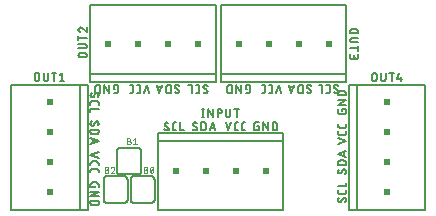
<source format=gto>
G75*
%MOIN*%
%OFA0B0*%
%FSLAX25Y25*%
%IPPOS*%
%LPD*%
%AMOC8*
5,1,8,0,0,1.08239X$1,22.5*
%
%ADD10C,0.00500*%
%ADD11C,0.00400*%
%ADD12R,0.02000X0.02000*%
%ADD13C,0.00600*%
D10*
X0001250Y0015174D02*
X0024045Y0015174D01*
X0024045Y0056985D01*
X0026841Y0056985D01*
X0026841Y0015174D01*
X0024045Y0015174D01*
X0027695Y0017507D02*
X0027695Y0018257D01*
X0030395Y0018257D01*
X0030395Y0017507D01*
X0030393Y0017453D01*
X0030387Y0017400D01*
X0030378Y0017348D01*
X0030365Y0017296D01*
X0030348Y0017245D01*
X0030327Y0017195D01*
X0030303Y0017148D01*
X0030276Y0017102D01*
X0030245Y0017058D01*
X0030212Y0017016D01*
X0030175Y0016977D01*
X0030136Y0016940D01*
X0030094Y0016907D01*
X0030050Y0016876D01*
X0030004Y0016849D01*
X0029957Y0016825D01*
X0029907Y0016804D01*
X0029856Y0016787D01*
X0029804Y0016774D01*
X0029752Y0016765D01*
X0029699Y0016759D01*
X0029645Y0016757D01*
X0028445Y0016757D01*
X0028391Y0016759D01*
X0028338Y0016765D01*
X0028286Y0016774D01*
X0028234Y0016787D01*
X0028183Y0016804D01*
X0028133Y0016825D01*
X0028086Y0016849D01*
X0028040Y0016876D01*
X0027996Y0016907D01*
X0027954Y0016940D01*
X0027915Y0016977D01*
X0027878Y0017016D01*
X0027845Y0017058D01*
X0027814Y0017102D01*
X0027787Y0017148D01*
X0027763Y0017195D01*
X0027742Y0017245D01*
X0027725Y0017296D01*
X0027712Y0017348D01*
X0027703Y0017400D01*
X0027697Y0017453D01*
X0027695Y0017507D01*
X0027695Y0019829D02*
X0030395Y0019829D01*
X0030395Y0021329D02*
X0027695Y0021329D01*
X0027695Y0019829D02*
X0030395Y0021329D01*
X0030395Y0022901D02*
X0030395Y0023801D01*
X0030393Y0023848D01*
X0030388Y0023895D01*
X0030378Y0023941D01*
X0030366Y0023986D01*
X0030349Y0024031D01*
X0030330Y0024073D01*
X0030307Y0024114D01*
X0030280Y0024154D01*
X0030251Y0024191D01*
X0030219Y0024225D01*
X0030185Y0024257D01*
X0030148Y0024286D01*
X0030108Y0024313D01*
X0030067Y0024336D01*
X0030025Y0024355D01*
X0029980Y0024372D01*
X0029935Y0024384D01*
X0029889Y0024394D01*
X0029842Y0024399D01*
X0029795Y0024401D01*
X0028295Y0024401D01*
X0028248Y0024399D01*
X0028201Y0024394D01*
X0028155Y0024384D01*
X0028110Y0024372D01*
X0028065Y0024355D01*
X0028023Y0024336D01*
X0027982Y0024313D01*
X0027942Y0024286D01*
X0027905Y0024257D01*
X0027871Y0024225D01*
X0027839Y0024191D01*
X0027810Y0024154D01*
X0027783Y0024114D01*
X0027760Y0024073D01*
X0027741Y0024031D01*
X0027724Y0023986D01*
X0027712Y0023941D01*
X0027702Y0023895D01*
X0027697Y0023848D01*
X0027695Y0023801D01*
X0027695Y0022901D01*
X0029195Y0022901D01*
X0029195Y0023351D01*
X0030395Y0027771D02*
X0030395Y0028371D01*
X0030393Y0028418D01*
X0030388Y0028465D01*
X0030378Y0028511D01*
X0030366Y0028556D01*
X0030349Y0028601D01*
X0030330Y0028643D01*
X0030307Y0028684D01*
X0030280Y0028724D01*
X0030251Y0028761D01*
X0030219Y0028795D01*
X0030185Y0028827D01*
X0030148Y0028856D01*
X0030108Y0028883D01*
X0030067Y0028906D01*
X0030025Y0028925D01*
X0029980Y0028942D01*
X0029935Y0028954D01*
X0029889Y0028964D01*
X0029842Y0028969D01*
X0029795Y0028971D01*
X0028295Y0028971D01*
X0028248Y0028969D01*
X0028201Y0028964D01*
X0028155Y0028954D01*
X0028110Y0028942D01*
X0028065Y0028925D01*
X0028023Y0028906D01*
X0027982Y0028883D01*
X0027942Y0028856D01*
X0027905Y0028827D01*
X0027871Y0028795D01*
X0027839Y0028761D01*
X0027810Y0028724D01*
X0027783Y0028684D01*
X0027760Y0028643D01*
X0027741Y0028601D01*
X0027724Y0028556D01*
X0027712Y0028511D01*
X0027702Y0028465D01*
X0027697Y0028418D01*
X0027695Y0028371D01*
X0027695Y0027771D01*
X0027695Y0030171D02*
X0027695Y0030771D01*
X0027697Y0030818D01*
X0027702Y0030865D01*
X0027712Y0030911D01*
X0027724Y0030956D01*
X0027741Y0031001D01*
X0027760Y0031043D01*
X0027783Y0031084D01*
X0027810Y0031124D01*
X0027839Y0031161D01*
X0027871Y0031195D01*
X0027905Y0031227D01*
X0027942Y0031256D01*
X0027982Y0031283D01*
X0028023Y0031306D01*
X0028065Y0031325D01*
X0028110Y0031342D01*
X0028155Y0031354D01*
X0028201Y0031364D01*
X0028248Y0031369D01*
X0028295Y0031371D01*
X0029795Y0031371D01*
X0029842Y0031369D01*
X0029889Y0031364D01*
X0029935Y0031354D01*
X0029980Y0031342D01*
X0030025Y0031325D01*
X0030067Y0031306D01*
X0030108Y0031283D01*
X0030148Y0031256D01*
X0030185Y0031227D01*
X0030219Y0031195D01*
X0030251Y0031161D01*
X0030280Y0031124D01*
X0030307Y0031084D01*
X0030330Y0031043D01*
X0030349Y0031001D01*
X0030366Y0030956D01*
X0030378Y0030911D01*
X0030388Y0030865D01*
X0030393Y0030818D01*
X0030395Y0030771D01*
X0030395Y0030171D01*
X0030395Y0032588D02*
X0027695Y0033488D01*
X0030395Y0034388D01*
X0028370Y0037551D02*
X0028370Y0038901D01*
X0027695Y0039126D02*
X0030395Y0038226D01*
X0027695Y0037326D01*
X0028445Y0040452D02*
X0029645Y0040452D01*
X0029699Y0040454D01*
X0029752Y0040460D01*
X0029804Y0040469D01*
X0029856Y0040482D01*
X0029907Y0040499D01*
X0029957Y0040520D01*
X0030004Y0040544D01*
X0030050Y0040571D01*
X0030094Y0040602D01*
X0030136Y0040635D01*
X0030175Y0040672D01*
X0030212Y0040711D01*
X0030245Y0040753D01*
X0030276Y0040797D01*
X0030303Y0040843D01*
X0030327Y0040890D01*
X0030348Y0040940D01*
X0030365Y0040991D01*
X0030378Y0041043D01*
X0030387Y0041095D01*
X0030393Y0041148D01*
X0030395Y0041202D01*
X0030395Y0041952D01*
X0027695Y0041952D01*
X0027695Y0041202D01*
X0027697Y0041148D01*
X0027703Y0041095D01*
X0027712Y0041043D01*
X0027725Y0040991D01*
X0027742Y0040940D01*
X0027763Y0040890D01*
X0027787Y0040843D01*
X0027814Y0040797D01*
X0027845Y0040753D01*
X0027878Y0040711D01*
X0027915Y0040672D01*
X0027954Y0040635D01*
X0027996Y0040602D01*
X0028040Y0040571D01*
X0028086Y0040544D01*
X0028133Y0040520D01*
X0028183Y0040499D01*
X0028234Y0040482D01*
X0028286Y0040469D01*
X0028338Y0040460D01*
X0028391Y0040454D01*
X0028445Y0040452D01*
X0028820Y0043632D02*
X0029270Y0044457D01*
X0030395Y0044157D02*
X0030393Y0044091D01*
X0030387Y0044026D01*
X0030378Y0043961D01*
X0030364Y0043896D01*
X0030347Y0043833D01*
X0030326Y0043770D01*
X0030302Y0043709D01*
X0030274Y0043650D01*
X0030243Y0043592D01*
X0030208Y0043536D01*
X0030170Y0043482D01*
X0029270Y0044457D02*
X0029297Y0044498D01*
X0029326Y0044537D01*
X0029359Y0044573D01*
X0029394Y0044606D01*
X0029432Y0044637D01*
X0029472Y0044664D01*
X0029514Y0044688D01*
X0029558Y0044709D01*
X0029604Y0044726D01*
X0029650Y0044740D01*
X0029698Y0044749D01*
X0029746Y0044755D01*
X0029795Y0044757D01*
X0029842Y0044755D01*
X0029889Y0044750D01*
X0029935Y0044740D01*
X0029980Y0044728D01*
X0030025Y0044711D01*
X0030067Y0044692D01*
X0030108Y0044669D01*
X0030148Y0044642D01*
X0030185Y0044613D01*
X0030219Y0044581D01*
X0030251Y0044547D01*
X0030280Y0044510D01*
X0030307Y0044470D01*
X0030330Y0044429D01*
X0030349Y0044387D01*
X0030366Y0044342D01*
X0030378Y0044297D01*
X0030388Y0044251D01*
X0030393Y0044204D01*
X0030395Y0044157D01*
X0028071Y0044832D02*
X0028025Y0044783D01*
X0027981Y0044733D01*
X0027940Y0044680D01*
X0027903Y0044625D01*
X0027868Y0044569D01*
X0027836Y0044510D01*
X0027807Y0044450D01*
X0027781Y0044388D01*
X0027759Y0044326D01*
X0027740Y0044262D01*
X0027724Y0044197D01*
X0027712Y0044131D01*
X0027703Y0044065D01*
X0027698Y0043999D01*
X0027696Y0043932D01*
X0027695Y0043932D02*
X0027697Y0043885D01*
X0027702Y0043838D01*
X0027712Y0043792D01*
X0027724Y0043747D01*
X0027741Y0043702D01*
X0027760Y0043660D01*
X0027783Y0043619D01*
X0027810Y0043579D01*
X0027839Y0043542D01*
X0027871Y0043508D01*
X0027905Y0043476D01*
X0027942Y0043447D01*
X0027982Y0043420D01*
X0028023Y0043397D01*
X0028065Y0043378D01*
X0028110Y0043361D01*
X0028155Y0043349D01*
X0028201Y0043339D01*
X0028248Y0043334D01*
X0028295Y0043332D01*
X0028295Y0043333D02*
X0028344Y0043335D01*
X0028392Y0043341D01*
X0028440Y0043350D01*
X0028486Y0043364D01*
X0028532Y0043381D01*
X0028576Y0043402D01*
X0028618Y0043426D01*
X0028658Y0043453D01*
X0028696Y0043484D01*
X0028731Y0043517D01*
X0028764Y0043553D01*
X0028793Y0043592D01*
X0028820Y0043633D01*
X0027695Y0047835D02*
X0027695Y0049035D01*
X0030395Y0049035D01*
X0030395Y0050352D02*
X0030395Y0050952D01*
X0030393Y0050999D01*
X0030388Y0051046D01*
X0030378Y0051092D01*
X0030366Y0051137D01*
X0030349Y0051182D01*
X0030330Y0051224D01*
X0030307Y0051265D01*
X0030280Y0051305D01*
X0030251Y0051342D01*
X0030219Y0051376D01*
X0030185Y0051408D01*
X0030148Y0051437D01*
X0030108Y0051464D01*
X0030067Y0051487D01*
X0030025Y0051506D01*
X0029980Y0051523D01*
X0029935Y0051535D01*
X0029889Y0051545D01*
X0029842Y0051550D01*
X0029795Y0051552D01*
X0028295Y0051552D01*
X0028248Y0051550D01*
X0028201Y0051545D01*
X0028155Y0051535D01*
X0028110Y0051523D01*
X0028065Y0051506D01*
X0028023Y0051487D01*
X0027982Y0051464D01*
X0027942Y0051437D01*
X0027905Y0051408D01*
X0027871Y0051376D01*
X0027839Y0051342D01*
X0027810Y0051305D01*
X0027783Y0051265D01*
X0027760Y0051224D01*
X0027741Y0051182D01*
X0027724Y0051137D01*
X0027712Y0051092D01*
X0027702Y0051046D01*
X0027697Y0050999D01*
X0027695Y0050952D01*
X0027695Y0050352D01*
X0028820Y0053124D02*
X0029270Y0053949D01*
X0030395Y0053649D02*
X0030393Y0053583D01*
X0030387Y0053518D01*
X0030378Y0053453D01*
X0030364Y0053388D01*
X0030347Y0053325D01*
X0030326Y0053262D01*
X0030302Y0053201D01*
X0030274Y0053142D01*
X0030243Y0053084D01*
X0030208Y0053028D01*
X0030170Y0052974D01*
X0029270Y0053948D02*
X0029297Y0053989D01*
X0029326Y0054028D01*
X0029359Y0054064D01*
X0029394Y0054097D01*
X0029432Y0054128D01*
X0029472Y0054155D01*
X0029514Y0054179D01*
X0029558Y0054200D01*
X0029604Y0054217D01*
X0029650Y0054231D01*
X0029698Y0054240D01*
X0029746Y0054246D01*
X0029795Y0054248D01*
X0029973Y0054229D02*
X0030723Y0054229D01*
X0030723Y0056929D01*
X0029973Y0056929D01*
X0029919Y0056927D01*
X0029866Y0056921D01*
X0029814Y0056912D01*
X0029762Y0056899D01*
X0029711Y0056882D01*
X0029661Y0056861D01*
X0029614Y0056837D01*
X0029568Y0056810D01*
X0029524Y0056779D01*
X0029482Y0056746D01*
X0029443Y0056709D01*
X0029406Y0056670D01*
X0029373Y0056628D01*
X0029342Y0056584D01*
X0029315Y0056538D01*
X0029291Y0056491D01*
X0029270Y0056441D01*
X0029253Y0056390D01*
X0029240Y0056338D01*
X0029231Y0056286D01*
X0029225Y0056233D01*
X0029223Y0056179D01*
X0029223Y0054979D01*
X0029225Y0054925D01*
X0029231Y0054872D01*
X0029240Y0054820D01*
X0029253Y0054768D01*
X0029270Y0054717D01*
X0029291Y0054667D01*
X0029315Y0054620D01*
X0029342Y0054574D01*
X0029373Y0054530D01*
X0029406Y0054488D01*
X0029443Y0054449D01*
X0029482Y0054412D01*
X0029524Y0054379D01*
X0029568Y0054348D01*
X0029614Y0054321D01*
X0029661Y0054297D01*
X0029711Y0054276D01*
X0029762Y0054259D01*
X0029814Y0054246D01*
X0029866Y0054237D01*
X0029919Y0054231D01*
X0029973Y0054229D01*
X0029795Y0054249D02*
X0029842Y0054247D01*
X0029889Y0054242D01*
X0029935Y0054232D01*
X0029980Y0054220D01*
X0030025Y0054203D01*
X0030067Y0054184D01*
X0030108Y0054161D01*
X0030148Y0054134D01*
X0030185Y0054105D01*
X0030219Y0054073D01*
X0030251Y0054039D01*
X0030280Y0054002D01*
X0030307Y0053962D01*
X0030330Y0053921D01*
X0030349Y0053879D01*
X0030366Y0053834D01*
X0030378Y0053789D01*
X0030388Y0053743D01*
X0030393Y0053696D01*
X0030395Y0053649D01*
X0028071Y0054324D02*
X0028025Y0054275D01*
X0027981Y0054225D01*
X0027940Y0054172D01*
X0027903Y0054117D01*
X0027868Y0054061D01*
X0027836Y0054002D01*
X0027807Y0053942D01*
X0027781Y0053880D01*
X0027759Y0053818D01*
X0027740Y0053754D01*
X0027724Y0053689D01*
X0027712Y0053623D01*
X0027703Y0053557D01*
X0027698Y0053491D01*
X0027696Y0053424D01*
X0027695Y0053424D02*
X0027697Y0053377D01*
X0027702Y0053330D01*
X0027712Y0053284D01*
X0027724Y0053239D01*
X0027741Y0053194D01*
X0027760Y0053152D01*
X0027783Y0053111D01*
X0027810Y0053071D01*
X0027839Y0053034D01*
X0027871Y0053000D01*
X0027905Y0052968D01*
X0027942Y0052939D01*
X0027982Y0052912D01*
X0028023Y0052889D01*
X0028065Y0052870D01*
X0028110Y0052853D01*
X0028155Y0052841D01*
X0028201Y0052831D01*
X0028248Y0052826D01*
X0028295Y0052824D01*
X0028344Y0052826D01*
X0028392Y0052832D01*
X0028440Y0052841D01*
X0028486Y0052855D01*
X0028532Y0052872D01*
X0028576Y0052893D01*
X0028618Y0052917D01*
X0028658Y0052944D01*
X0028696Y0052975D01*
X0028731Y0053008D01*
X0028764Y0053044D01*
X0028793Y0053083D01*
X0028820Y0053124D01*
X0032295Y0054229D02*
X0032295Y0056929D01*
X0033795Y0054229D01*
X0033795Y0056929D01*
X0035367Y0056929D02*
X0036267Y0056929D01*
X0036314Y0056927D01*
X0036361Y0056922D01*
X0036407Y0056912D01*
X0036452Y0056900D01*
X0036497Y0056883D01*
X0036539Y0056864D01*
X0036580Y0056841D01*
X0036620Y0056814D01*
X0036657Y0056785D01*
X0036691Y0056753D01*
X0036723Y0056719D01*
X0036752Y0056682D01*
X0036779Y0056642D01*
X0036802Y0056601D01*
X0036821Y0056559D01*
X0036838Y0056514D01*
X0036850Y0056469D01*
X0036860Y0056423D01*
X0036865Y0056376D01*
X0036867Y0056329D01*
X0036867Y0054829D01*
X0036865Y0054782D01*
X0036860Y0054735D01*
X0036850Y0054689D01*
X0036838Y0054644D01*
X0036821Y0054599D01*
X0036802Y0054557D01*
X0036779Y0054516D01*
X0036752Y0054476D01*
X0036723Y0054439D01*
X0036691Y0054405D01*
X0036657Y0054373D01*
X0036620Y0054344D01*
X0036580Y0054317D01*
X0036539Y0054294D01*
X0036497Y0054275D01*
X0036452Y0054258D01*
X0036407Y0054246D01*
X0036361Y0054236D01*
X0036314Y0054231D01*
X0036267Y0054229D01*
X0035367Y0054229D01*
X0035367Y0055429D02*
X0035367Y0056929D01*
X0035367Y0055429D02*
X0035817Y0055429D01*
X0040736Y0054229D02*
X0041336Y0054229D01*
X0041383Y0054231D01*
X0041430Y0054236D01*
X0041476Y0054246D01*
X0041521Y0054258D01*
X0041566Y0054275D01*
X0041608Y0054294D01*
X0041649Y0054317D01*
X0041689Y0054344D01*
X0041726Y0054373D01*
X0041760Y0054405D01*
X0041792Y0054439D01*
X0041821Y0054476D01*
X0041848Y0054516D01*
X0041871Y0054557D01*
X0041890Y0054599D01*
X0041907Y0054644D01*
X0041919Y0054689D01*
X0041929Y0054735D01*
X0041934Y0054782D01*
X0041936Y0054829D01*
X0041936Y0056329D01*
X0041934Y0056376D01*
X0041929Y0056423D01*
X0041919Y0056469D01*
X0041907Y0056514D01*
X0041890Y0056559D01*
X0041871Y0056601D01*
X0041848Y0056642D01*
X0041821Y0056682D01*
X0041792Y0056719D01*
X0041760Y0056753D01*
X0041726Y0056785D01*
X0041689Y0056814D01*
X0041649Y0056841D01*
X0041608Y0056864D01*
X0041566Y0056883D01*
X0041521Y0056900D01*
X0041476Y0056912D01*
X0041430Y0056922D01*
X0041383Y0056927D01*
X0041336Y0056929D01*
X0040736Y0056929D01*
X0043136Y0056929D02*
X0043736Y0056929D01*
X0043783Y0056927D01*
X0043830Y0056922D01*
X0043876Y0056912D01*
X0043921Y0056900D01*
X0043966Y0056883D01*
X0044008Y0056864D01*
X0044049Y0056841D01*
X0044089Y0056814D01*
X0044126Y0056785D01*
X0044160Y0056753D01*
X0044192Y0056719D01*
X0044221Y0056682D01*
X0044248Y0056642D01*
X0044271Y0056601D01*
X0044290Y0056559D01*
X0044307Y0056514D01*
X0044319Y0056469D01*
X0044329Y0056423D01*
X0044334Y0056376D01*
X0044336Y0056329D01*
X0044336Y0054829D01*
X0044334Y0054782D01*
X0044329Y0054735D01*
X0044319Y0054689D01*
X0044307Y0054644D01*
X0044290Y0054599D01*
X0044271Y0054557D01*
X0044248Y0054516D01*
X0044221Y0054476D01*
X0044192Y0054439D01*
X0044160Y0054405D01*
X0044126Y0054373D01*
X0044089Y0054344D01*
X0044049Y0054317D01*
X0044008Y0054294D01*
X0043966Y0054275D01*
X0043921Y0054258D01*
X0043876Y0054246D01*
X0043830Y0054236D01*
X0043783Y0054231D01*
X0043736Y0054229D01*
X0043136Y0054229D01*
X0045554Y0054229D02*
X0046454Y0056929D01*
X0047354Y0054229D01*
X0050692Y0054229D02*
X0049792Y0056929D01*
X0050017Y0056254D02*
X0051367Y0056254D01*
X0051592Y0056929D02*
X0050692Y0054229D01*
X0052918Y0054979D02*
X0052918Y0056179D01*
X0052920Y0056233D01*
X0052926Y0056286D01*
X0052935Y0056338D01*
X0052948Y0056390D01*
X0052965Y0056441D01*
X0052986Y0056491D01*
X0053010Y0056538D01*
X0053037Y0056584D01*
X0053068Y0056628D01*
X0053101Y0056670D01*
X0053138Y0056709D01*
X0053177Y0056746D01*
X0053219Y0056779D01*
X0053263Y0056810D01*
X0053309Y0056837D01*
X0053356Y0056861D01*
X0053406Y0056882D01*
X0053457Y0056899D01*
X0053509Y0056912D01*
X0053561Y0056921D01*
X0053614Y0056927D01*
X0053668Y0056929D01*
X0054418Y0056929D01*
X0054418Y0054229D01*
X0053668Y0054229D01*
X0053614Y0054231D01*
X0053561Y0054237D01*
X0053509Y0054246D01*
X0053457Y0054259D01*
X0053406Y0054276D01*
X0053356Y0054297D01*
X0053309Y0054321D01*
X0053263Y0054348D01*
X0053219Y0054379D01*
X0053177Y0054412D01*
X0053138Y0054449D01*
X0053101Y0054488D01*
X0053068Y0054530D01*
X0053037Y0054574D01*
X0053010Y0054620D01*
X0052986Y0054667D01*
X0052965Y0054717D01*
X0052948Y0054768D01*
X0052935Y0054820D01*
X0052926Y0054872D01*
X0052920Y0054925D01*
X0052918Y0054979D01*
X0056098Y0055804D02*
X0056923Y0055354D01*
X0056623Y0054229D02*
X0056557Y0054231D01*
X0056492Y0054237D01*
X0056427Y0054246D01*
X0056362Y0054260D01*
X0056299Y0054277D01*
X0056236Y0054298D01*
X0056175Y0054322D01*
X0056116Y0054350D01*
X0056058Y0054381D01*
X0056002Y0054416D01*
X0055948Y0054454D01*
X0056923Y0055354D02*
X0056964Y0055327D01*
X0057003Y0055298D01*
X0057039Y0055265D01*
X0057072Y0055230D01*
X0057103Y0055192D01*
X0057130Y0055152D01*
X0057154Y0055110D01*
X0057175Y0055066D01*
X0057192Y0055020D01*
X0057206Y0054974D01*
X0057215Y0054926D01*
X0057221Y0054878D01*
X0057223Y0054829D01*
X0057221Y0054782D01*
X0057216Y0054735D01*
X0057206Y0054689D01*
X0057194Y0054644D01*
X0057177Y0054599D01*
X0057158Y0054557D01*
X0057135Y0054516D01*
X0057108Y0054476D01*
X0057079Y0054439D01*
X0057047Y0054405D01*
X0057013Y0054373D01*
X0056976Y0054344D01*
X0056936Y0054317D01*
X0056895Y0054294D01*
X0056853Y0054275D01*
X0056808Y0054258D01*
X0056763Y0054246D01*
X0056717Y0054236D01*
X0056670Y0054231D01*
X0056623Y0054229D01*
X0057298Y0056554D02*
X0057249Y0056600D01*
X0057199Y0056644D01*
X0057146Y0056685D01*
X0057091Y0056722D01*
X0057035Y0056757D01*
X0056976Y0056789D01*
X0056916Y0056818D01*
X0056854Y0056844D01*
X0056792Y0056866D01*
X0056728Y0056885D01*
X0056663Y0056901D01*
X0056597Y0056913D01*
X0056531Y0056922D01*
X0056465Y0056927D01*
X0056398Y0056929D01*
X0056351Y0056927D01*
X0056304Y0056922D01*
X0056258Y0056912D01*
X0056213Y0056900D01*
X0056168Y0056883D01*
X0056126Y0056864D01*
X0056085Y0056841D01*
X0056045Y0056814D01*
X0056008Y0056785D01*
X0055974Y0056753D01*
X0055942Y0056719D01*
X0055913Y0056682D01*
X0055886Y0056642D01*
X0055863Y0056601D01*
X0055844Y0056559D01*
X0055827Y0056514D01*
X0055815Y0056469D01*
X0055805Y0056423D01*
X0055800Y0056376D01*
X0055798Y0056329D01*
X0055799Y0056329D02*
X0055801Y0056280D01*
X0055807Y0056232D01*
X0055816Y0056184D01*
X0055830Y0056138D01*
X0055847Y0056092D01*
X0055868Y0056048D01*
X0055892Y0056006D01*
X0055919Y0055966D01*
X0055950Y0055928D01*
X0055983Y0055893D01*
X0056019Y0055860D01*
X0056058Y0055831D01*
X0056099Y0055804D01*
X0060301Y0056929D02*
X0061501Y0056929D01*
X0061501Y0054229D01*
X0062818Y0054229D02*
X0063418Y0054229D01*
X0063465Y0054231D01*
X0063512Y0054236D01*
X0063558Y0054246D01*
X0063603Y0054258D01*
X0063648Y0054275D01*
X0063690Y0054294D01*
X0063731Y0054317D01*
X0063771Y0054344D01*
X0063808Y0054373D01*
X0063842Y0054405D01*
X0063874Y0054439D01*
X0063903Y0054476D01*
X0063930Y0054516D01*
X0063953Y0054557D01*
X0063972Y0054599D01*
X0063989Y0054644D01*
X0064001Y0054689D01*
X0064011Y0054735D01*
X0064016Y0054782D01*
X0064018Y0054829D01*
X0064018Y0056329D01*
X0064016Y0056376D01*
X0064011Y0056423D01*
X0064001Y0056469D01*
X0063989Y0056514D01*
X0063972Y0056559D01*
X0063953Y0056601D01*
X0063930Y0056642D01*
X0063903Y0056682D01*
X0063874Y0056719D01*
X0063842Y0056753D01*
X0063808Y0056785D01*
X0063771Y0056814D01*
X0063731Y0056841D01*
X0063690Y0056864D01*
X0063648Y0056883D01*
X0063603Y0056900D01*
X0063558Y0056912D01*
X0063512Y0056922D01*
X0063465Y0056927D01*
X0063418Y0056929D01*
X0062818Y0056929D01*
X0065589Y0055804D02*
X0066414Y0055354D01*
X0066114Y0054229D02*
X0066048Y0054231D01*
X0065983Y0054237D01*
X0065918Y0054246D01*
X0065853Y0054260D01*
X0065790Y0054277D01*
X0065727Y0054298D01*
X0065666Y0054322D01*
X0065607Y0054350D01*
X0065549Y0054381D01*
X0065493Y0054416D01*
X0065439Y0054454D01*
X0066414Y0055354D02*
X0066455Y0055327D01*
X0066494Y0055298D01*
X0066530Y0055265D01*
X0066563Y0055230D01*
X0066594Y0055192D01*
X0066621Y0055152D01*
X0066645Y0055110D01*
X0066666Y0055066D01*
X0066683Y0055020D01*
X0066697Y0054974D01*
X0066706Y0054926D01*
X0066712Y0054878D01*
X0066714Y0054829D01*
X0066712Y0054782D01*
X0066707Y0054735D01*
X0066697Y0054689D01*
X0066685Y0054644D01*
X0066668Y0054599D01*
X0066649Y0054557D01*
X0066626Y0054516D01*
X0066599Y0054476D01*
X0066570Y0054439D01*
X0066538Y0054405D01*
X0066504Y0054373D01*
X0066467Y0054344D01*
X0066427Y0054317D01*
X0066386Y0054294D01*
X0066344Y0054275D01*
X0066299Y0054258D01*
X0066254Y0054246D01*
X0066208Y0054236D01*
X0066161Y0054231D01*
X0066114Y0054229D01*
X0066789Y0056554D02*
X0066740Y0056600D01*
X0066690Y0056644D01*
X0066637Y0056685D01*
X0066582Y0056722D01*
X0066526Y0056757D01*
X0066467Y0056789D01*
X0066407Y0056818D01*
X0066345Y0056844D01*
X0066283Y0056866D01*
X0066219Y0056885D01*
X0066154Y0056901D01*
X0066088Y0056913D01*
X0066022Y0056922D01*
X0065956Y0056927D01*
X0065889Y0056929D01*
X0065842Y0056927D01*
X0065795Y0056922D01*
X0065749Y0056912D01*
X0065704Y0056900D01*
X0065659Y0056883D01*
X0065617Y0056864D01*
X0065576Y0056841D01*
X0065536Y0056814D01*
X0065499Y0056785D01*
X0065465Y0056753D01*
X0065433Y0056719D01*
X0065404Y0056682D01*
X0065377Y0056642D01*
X0065354Y0056601D01*
X0065335Y0056559D01*
X0065318Y0056514D01*
X0065306Y0056469D01*
X0065296Y0056423D01*
X0065291Y0056376D01*
X0065289Y0056329D01*
X0065290Y0056329D02*
X0065292Y0056280D01*
X0065298Y0056232D01*
X0065307Y0056184D01*
X0065321Y0056138D01*
X0065338Y0056092D01*
X0065359Y0056048D01*
X0065383Y0056006D01*
X0065410Y0055966D01*
X0065441Y0055928D01*
X0065474Y0055893D01*
X0065510Y0055860D01*
X0065549Y0055831D01*
X0065590Y0055804D01*
X0069451Y0057784D02*
X0027640Y0057784D01*
X0027640Y0060579D01*
X0069451Y0060579D01*
X0069451Y0057784D01*
X0071140Y0057784D02*
X0071140Y0060579D01*
X0112951Y0060579D01*
X0112951Y0057784D01*
X0071140Y0057784D01*
X0073223Y0056179D02*
X0073223Y0054979D01*
X0073225Y0054925D01*
X0073231Y0054872D01*
X0073240Y0054820D01*
X0073253Y0054768D01*
X0073270Y0054717D01*
X0073291Y0054667D01*
X0073315Y0054620D01*
X0073342Y0054574D01*
X0073373Y0054530D01*
X0073406Y0054488D01*
X0073443Y0054449D01*
X0073482Y0054412D01*
X0073524Y0054379D01*
X0073568Y0054348D01*
X0073614Y0054321D01*
X0073661Y0054297D01*
X0073711Y0054276D01*
X0073762Y0054259D01*
X0073814Y0054246D01*
X0073866Y0054237D01*
X0073919Y0054231D01*
X0073973Y0054229D01*
X0074723Y0054229D01*
X0074723Y0056929D01*
X0073973Y0056929D01*
X0073919Y0056927D01*
X0073866Y0056921D01*
X0073814Y0056912D01*
X0073762Y0056899D01*
X0073711Y0056882D01*
X0073661Y0056861D01*
X0073614Y0056837D01*
X0073568Y0056810D01*
X0073524Y0056779D01*
X0073482Y0056746D01*
X0073443Y0056709D01*
X0073406Y0056670D01*
X0073373Y0056628D01*
X0073342Y0056584D01*
X0073315Y0056538D01*
X0073291Y0056491D01*
X0073270Y0056441D01*
X0073253Y0056390D01*
X0073240Y0056338D01*
X0073231Y0056286D01*
X0073225Y0056233D01*
X0073223Y0056179D01*
X0076295Y0056929D02*
X0076295Y0054229D01*
X0077795Y0054229D02*
X0076295Y0056929D01*
X0077795Y0056929D02*
X0077795Y0054229D01*
X0079367Y0054229D02*
X0080267Y0054229D01*
X0080314Y0054231D01*
X0080361Y0054236D01*
X0080407Y0054246D01*
X0080452Y0054258D01*
X0080497Y0054275D01*
X0080539Y0054294D01*
X0080580Y0054317D01*
X0080620Y0054344D01*
X0080657Y0054373D01*
X0080691Y0054405D01*
X0080723Y0054439D01*
X0080752Y0054476D01*
X0080779Y0054516D01*
X0080802Y0054557D01*
X0080821Y0054599D01*
X0080838Y0054644D01*
X0080850Y0054689D01*
X0080860Y0054735D01*
X0080865Y0054782D01*
X0080867Y0054829D01*
X0080867Y0056329D01*
X0080865Y0056376D01*
X0080860Y0056423D01*
X0080850Y0056469D01*
X0080838Y0056514D01*
X0080821Y0056559D01*
X0080802Y0056601D01*
X0080779Y0056642D01*
X0080752Y0056682D01*
X0080723Y0056719D01*
X0080691Y0056753D01*
X0080657Y0056785D01*
X0080620Y0056814D01*
X0080580Y0056841D01*
X0080539Y0056864D01*
X0080497Y0056883D01*
X0080452Y0056900D01*
X0080407Y0056912D01*
X0080361Y0056922D01*
X0080314Y0056927D01*
X0080267Y0056929D01*
X0079367Y0056929D01*
X0079367Y0055429D01*
X0079817Y0055429D01*
X0084736Y0054229D02*
X0085336Y0054229D01*
X0085383Y0054231D01*
X0085430Y0054236D01*
X0085476Y0054246D01*
X0085521Y0054258D01*
X0085566Y0054275D01*
X0085608Y0054294D01*
X0085649Y0054317D01*
X0085689Y0054344D01*
X0085726Y0054373D01*
X0085760Y0054405D01*
X0085792Y0054439D01*
X0085821Y0054476D01*
X0085848Y0054516D01*
X0085871Y0054557D01*
X0085890Y0054599D01*
X0085907Y0054644D01*
X0085919Y0054689D01*
X0085929Y0054735D01*
X0085934Y0054782D01*
X0085936Y0054829D01*
X0085936Y0056329D01*
X0085934Y0056376D01*
X0085929Y0056423D01*
X0085919Y0056469D01*
X0085907Y0056514D01*
X0085890Y0056559D01*
X0085871Y0056601D01*
X0085848Y0056642D01*
X0085821Y0056682D01*
X0085792Y0056719D01*
X0085760Y0056753D01*
X0085726Y0056785D01*
X0085689Y0056814D01*
X0085649Y0056841D01*
X0085608Y0056864D01*
X0085566Y0056883D01*
X0085521Y0056900D01*
X0085476Y0056912D01*
X0085430Y0056922D01*
X0085383Y0056927D01*
X0085336Y0056929D01*
X0084736Y0056929D01*
X0087136Y0056929D02*
X0087736Y0056929D01*
X0087783Y0056927D01*
X0087830Y0056922D01*
X0087876Y0056912D01*
X0087921Y0056900D01*
X0087966Y0056883D01*
X0088008Y0056864D01*
X0088049Y0056841D01*
X0088089Y0056814D01*
X0088126Y0056785D01*
X0088160Y0056753D01*
X0088192Y0056719D01*
X0088221Y0056682D01*
X0088248Y0056642D01*
X0088271Y0056601D01*
X0088290Y0056559D01*
X0088307Y0056514D01*
X0088319Y0056469D01*
X0088329Y0056423D01*
X0088334Y0056376D01*
X0088336Y0056329D01*
X0088336Y0054829D01*
X0088334Y0054782D01*
X0088329Y0054735D01*
X0088319Y0054689D01*
X0088307Y0054644D01*
X0088290Y0054599D01*
X0088271Y0054557D01*
X0088248Y0054516D01*
X0088221Y0054476D01*
X0088192Y0054439D01*
X0088160Y0054405D01*
X0088126Y0054373D01*
X0088089Y0054344D01*
X0088049Y0054317D01*
X0088008Y0054294D01*
X0087966Y0054275D01*
X0087921Y0054258D01*
X0087876Y0054246D01*
X0087830Y0054236D01*
X0087783Y0054231D01*
X0087736Y0054229D01*
X0087136Y0054229D01*
X0089554Y0054229D02*
X0090454Y0056929D01*
X0091354Y0054229D01*
X0094692Y0054229D02*
X0093792Y0056929D01*
X0094017Y0056254D02*
X0095367Y0056254D01*
X0095592Y0056929D02*
X0094692Y0054229D01*
X0096918Y0054979D02*
X0096918Y0056179D01*
X0096920Y0056233D01*
X0096926Y0056286D01*
X0096935Y0056338D01*
X0096948Y0056390D01*
X0096965Y0056441D01*
X0096986Y0056491D01*
X0097010Y0056538D01*
X0097037Y0056584D01*
X0097068Y0056628D01*
X0097101Y0056670D01*
X0097138Y0056709D01*
X0097177Y0056746D01*
X0097219Y0056779D01*
X0097263Y0056810D01*
X0097309Y0056837D01*
X0097356Y0056861D01*
X0097406Y0056882D01*
X0097457Y0056899D01*
X0097509Y0056912D01*
X0097561Y0056921D01*
X0097614Y0056927D01*
X0097668Y0056929D01*
X0098418Y0056929D01*
X0098418Y0054229D01*
X0097668Y0054229D01*
X0097614Y0054231D01*
X0097561Y0054237D01*
X0097509Y0054246D01*
X0097457Y0054259D01*
X0097406Y0054276D01*
X0097356Y0054297D01*
X0097309Y0054321D01*
X0097263Y0054348D01*
X0097219Y0054379D01*
X0097177Y0054412D01*
X0097138Y0054449D01*
X0097101Y0054488D01*
X0097068Y0054530D01*
X0097037Y0054574D01*
X0097010Y0054620D01*
X0096986Y0054667D01*
X0096965Y0054717D01*
X0096948Y0054768D01*
X0096935Y0054820D01*
X0096926Y0054872D01*
X0096920Y0054925D01*
X0096918Y0054979D01*
X0100098Y0055804D02*
X0100923Y0055354D01*
X0100623Y0054229D02*
X0100557Y0054231D01*
X0100492Y0054237D01*
X0100427Y0054246D01*
X0100362Y0054260D01*
X0100299Y0054277D01*
X0100236Y0054298D01*
X0100175Y0054322D01*
X0100116Y0054350D01*
X0100058Y0054381D01*
X0100002Y0054416D01*
X0099948Y0054454D01*
X0100923Y0055354D02*
X0100964Y0055327D01*
X0101003Y0055298D01*
X0101039Y0055265D01*
X0101072Y0055230D01*
X0101103Y0055192D01*
X0101130Y0055152D01*
X0101154Y0055110D01*
X0101175Y0055066D01*
X0101192Y0055020D01*
X0101206Y0054974D01*
X0101215Y0054926D01*
X0101221Y0054878D01*
X0101223Y0054829D01*
X0101221Y0054782D01*
X0101216Y0054735D01*
X0101206Y0054689D01*
X0101194Y0054644D01*
X0101177Y0054599D01*
X0101158Y0054557D01*
X0101135Y0054516D01*
X0101108Y0054476D01*
X0101079Y0054439D01*
X0101047Y0054405D01*
X0101013Y0054373D01*
X0100976Y0054344D01*
X0100936Y0054317D01*
X0100895Y0054294D01*
X0100853Y0054275D01*
X0100808Y0054258D01*
X0100763Y0054246D01*
X0100717Y0054236D01*
X0100670Y0054231D01*
X0100623Y0054229D01*
X0101298Y0056554D02*
X0101249Y0056600D01*
X0101199Y0056644D01*
X0101146Y0056685D01*
X0101091Y0056722D01*
X0101035Y0056757D01*
X0100976Y0056789D01*
X0100916Y0056818D01*
X0100854Y0056844D01*
X0100792Y0056866D01*
X0100728Y0056885D01*
X0100663Y0056901D01*
X0100597Y0056913D01*
X0100531Y0056922D01*
X0100465Y0056927D01*
X0100398Y0056929D01*
X0100351Y0056927D01*
X0100304Y0056922D01*
X0100258Y0056912D01*
X0100213Y0056900D01*
X0100168Y0056883D01*
X0100126Y0056864D01*
X0100085Y0056841D01*
X0100045Y0056814D01*
X0100008Y0056785D01*
X0099974Y0056753D01*
X0099942Y0056719D01*
X0099913Y0056682D01*
X0099886Y0056642D01*
X0099863Y0056601D01*
X0099844Y0056559D01*
X0099827Y0056514D01*
X0099815Y0056469D01*
X0099805Y0056423D01*
X0099800Y0056376D01*
X0099798Y0056329D01*
X0099799Y0056329D02*
X0099801Y0056280D01*
X0099807Y0056232D01*
X0099816Y0056184D01*
X0099830Y0056138D01*
X0099847Y0056092D01*
X0099868Y0056048D01*
X0099892Y0056006D01*
X0099919Y0055966D01*
X0099950Y0055928D01*
X0099983Y0055893D01*
X0100019Y0055860D01*
X0100058Y0055831D01*
X0100099Y0055804D01*
X0103801Y0056929D02*
X0105001Y0056929D01*
X0105001Y0054229D01*
X0106318Y0054229D02*
X0106918Y0054229D01*
X0106965Y0054231D01*
X0107012Y0054236D01*
X0107058Y0054246D01*
X0107103Y0054258D01*
X0107148Y0054275D01*
X0107190Y0054294D01*
X0107231Y0054317D01*
X0107271Y0054344D01*
X0107308Y0054373D01*
X0107342Y0054405D01*
X0107374Y0054439D01*
X0107403Y0054476D01*
X0107430Y0054516D01*
X0107453Y0054557D01*
X0107472Y0054599D01*
X0107489Y0054644D01*
X0107501Y0054689D01*
X0107511Y0054735D01*
X0107516Y0054782D01*
X0107518Y0054829D01*
X0107518Y0056329D01*
X0107516Y0056376D01*
X0107511Y0056423D01*
X0107501Y0056469D01*
X0107489Y0056514D01*
X0107472Y0056559D01*
X0107453Y0056601D01*
X0107430Y0056642D01*
X0107403Y0056682D01*
X0107374Y0056719D01*
X0107342Y0056753D01*
X0107308Y0056785D01*
X0107271Y0056814D01*
X0107231Y0056841D01*
X0107190Y0056864D01*
X0107148Y0056883D01*
X0107103Y0056900D01*
X0107058Y0056912D01*
X0107012Y0056922D01*
X0106965Y0056927D01*
X0106918Y0056929D01*
X0106318Y0056929D01*
X0109089Y0055804D02*
X0109914Y0055354D01*
X0109614Y0054229D02*
X0109548Y0054231D01*
X0109483Y0054237D01*
X0109418Y0054246D01*
X0109353Y0054260D01*
X0109290Y0054277D01*
X0109227Y0054298D01*
X0109166Y0054322D01*
X0109107Y0054350D01*
X0109049Y0054381D01*
X0108993Y0054416D01*
X0108939Y0054454D01*
X0109914Y0055354D02*
X0109955Y0055327D01*
X0109994Y0055298D01*
X0110030Y0055265D01*
X0110063Y0055230D01*
X0110094Y0055192D01*
X0110121Y0055152D01*
X0110145Y0055110D01*
X0110166Y0055066D01*
X0110183Y0055020D01*
X0110197Y0054974D01*
X0110206Y0054926D01*
X0110212Y0054878D01*
X0110214Y0054829D01*
X0110212Y0054782D01*
X0110207Y0054735D01*
X0110197Y0054689D01*
X0110185Y0054644D01*
X0110168Y0054599D01*
X0110149Y0054557D01*
X0110126Y0054516D01*
X0110099Y0054476D01*
X0110070Y0054439D01*
X0110038Y0054405D01*
X0110004Y0054373D01*
X0109967Y0054344D01*
X0109927Y0054317D01*
X0109886Y0054294D01*
X0109844Y0054275D01*
X0109799Y0054258D01*
X0109754Y0054246D01*
X0109708Y0054236D01*
X0109661Y0054231D01*
X0109614Y0054229D01*
X0110195Y0054151D02*
X0110195Y0053401D01*
X0112895Y0053401D01*
X0112895Y0054151D01*
X0112893Y0054205D01*
X0112887Y0054258D01*
X0112878Y0054310D01*
X0112865Y0054362D01*
X0112848Y0054413D01*
X0112827Y0054463D01*
X0112803Y0054510D01*
X0112776Y0054556D01*
X0112745Y0054600D01*
X0112712Y0054642D01*
X0112675Y0054681D01*
X0112636Y0054718D01*
X0112594Y0054751D01*
X0112550Y0054782D01*
X0112504Y0054809D01*
X0112457Y0054833D01*
X0112407Y0054854D01*
X0112356Y0054871D01*
X0112304Y0054884D01*
X0112252Y0054893D01*
X0112199Y0054899D01*
X0112145Y0054901D01*
X0110945Y0054901D01*
X0110891Y0054899D01*
X0110838Y0054893D01*
X0110786Y0054884D01*
X0110734Y0054871D01*
X0110683Y0054854D01*
X0110633Y0054833D01*
X0110586Y0054809D01*
X0110540Y0054782D01*
X0110496Y0054751D01*
X0110454Y0054718D01*
X0110415Y0054681D01*
X0110378Y0054642D01*
X0110345Y0054600D01*
X0110314Y0054556D01*
X0110287Y0054510D01*
X0110263Y0054463D01*
X0110242Y0054413D01*
X0110225Y0054362D01*
X0110212Y0054310D01*
X0110203Y0054258D01*
X0110197Y0054205D01*
X0110195Y0054151D01*
X0110289Y0056554D02*
X0110240Y0056600D01*
X0110190Y0056644D01*
X0110137Y0056685D01*
X0110082Y0056722D01*
X0110026Y0056757D01*
X0109967Y0056789D01*
X0109907Y0056818D01*
X0109845Y0056844D01*
X0109783Y0056866D01*
X0109719Y0056885D01*
X0109654Y0056901D01*
X0109588Y0056913D01*
X0109522Y0056922D01*
X0109456Y0056927D01*
X0109389Y0056929D01*
X0109342Y0056927D01*
X0109295Y0056922D01*
X0109249Y0056912D01*
X0109204Y0056900D01*
X0109159Y0056883D01*
X0109117Y0056864D01*
X0109076Y0056841D01*
X0109036Y0056814D01*
X0108999Y0056785D01*
X0108965Y0056753D01*
X0108933Y0056719D01*
X0108904Y0056682D01*
X0108877Y0056642D01*
X0108854Y0056601D01*
X0108835Y0056559D01*
X0108818Y0056514D01*
X0108806Y0056469D01*
X0108796Y0056423D01*
X0108791Y0056376D01*
X0108789Y0056329D01*
X0108790Y0056329D02*
X0108792Y0056280D01*
X0108798Y0056232D01*
X0108807Y0056184D01*
X0108821Y0056138D01*
X0108838Y0056092D01*
X0108859Y0056048D01*
X0108883Y0056006D01*
X0108910Y0055966D01*
X0108941Y0055928D01*
X0108974Y0055893D01*
X0109010Y0055860D01*
X0109049Y0055831D01*
X0109090Y0055804D01*
X0113750Y0056985D02*
X0116545Y0056985D01*
X0116545Y0015174D01*
X0113750Y0015174D01*
X0113750Y0056985D01*
X0116545Y0056985D02*
X0139341Y0056985D01*
X0139341Y0015174D01*
X0116545Y0015174D01*
X0111320Y0018210D02*
X0111770Y0019035D01*
X0112895Y0018735D02*
X0112893Y0018668D01*
X0112888Y0018602D01*
X0112879Y0018536D01*
X0112867Y0018470D01*
X0112851Y0018405D01*
X0112832Y0018341D01*
X0112810Y0018279D01*
X0112784Y0018217D01*
X0112755Y0018157D01*
X0112723Y0018098D01*
X0112688Y0018042D01*
X0112651Y0017987D01*
X0112610Y0017934D01*
X0112566Y0017884D01*
X0112520Y0017835D01*
X0111770Y0019035D02*
X0111797Y0019076D01*
X0111826Y0019115D01*
X0111859Y0019151D01*
X0111894Y0019184D01*
X0111932Y0019215D01*
X0111972Y0019242D01*
X0112014Y0019266D01*
X0112058Y0019287D01*
X0112104Y0019304D01*
X0112150Y0019318D01*
X0112198Y0019327D01*
X0112246Y0019333D01*
X0112295Y0019335D01*
X0112342Y0019333D01*
X0112389Y0019328D01*
X0112435Y0019318D01*
X0112480Y0019306D01*
X0112525Y0019289D01*
X0112567Y0019270D01*
X0112608Y0019247D01*
X0112648Y0019220D01*
X0112685Y0019191D01*
X0112719Y0019159D01*
X0112751Y0019125D01*
X0112780Y0019088D01*
X0112807Y0019048D01*
X0112830Y0019007D01*
X0112849Y0018965D01*
X0112866Y0018920D01*
X0112878Y0018875D01*
X0112888Y0018829D01*
X0112893Y0018782D01*
X0112895Y0018735D01*
X0110420Y0019185D02*
X0110382Y0019131D01*
X0110347Y0019075D01*
X0110316Y0019017D01*
X0110288Y0018958D01*
X0110264Y0018897D01*
X0110243Y0018834D01*
X0110226Y0018771D01*
X0110212Y0018706D01*
X0110203Y0018641D01*
X0110197Y0018576D01*
X0110195Y0018510D01*
X0110197Y0018463D01*
X0110202Y0018416D01*
X0110212Y0018370D01*
X0110224Y0018325D01*
X0110241Y0018280D01*
X0110260Y0018238D01*
X0110283Y0018197D01*
X0110310Y0018157D01*
X0110339Y0018120D01*
X0110371Y0018086D01*
X0110405Y0018054D01*
X0110442Y0018025D01*
X0110482Y0017998D01*
X0110523Y0017975D01*
X0110565Y0017956D01*
X0110610Y0017939D01*
X0110655Y0017927D01*
X0110701Y0017917D01*
X0110748Y0017912D01*
X0110795Y0017910D01*
X0110795Y0017911D02*
X0110844Y0017913D01*
X0110892Y0017919D01*
X0110940Y0017928D01*
X0110986Y0017942D01*
X0111032Y0017959D01*
X0111076Y0017980D01*
X0111118Y0018004D01*
X0111158Y0018031D01*
X0111196Y0018062D01*
X0111231Y0018095D01*
X0111264Y0018131D01*
X0111293Y0018170D01*
X0111320Y0018211D01*
X0110795Y0020607D02*
X0112295Y0020607D01*
X0112342Y0020609D01*
X0112389Y0020614D01*
X0112435Y0020624D01*
X0112480Y0020636D01*
X0112525Y0020653D01*
X0112567Y0020672D01*
X0112608Y0020695D01*
X0112648Y0020722D01*
X0112685Y0020751D01*
X0112719Y0020783D01*
X0112751Y0020817D01*
X0112780Y0020854D01*
X0112807Y0020894D01*
X0112830Y0020935D01*
X0112849Y0020977D01*
X0112866Y0021022D01*
X0112878Y0021067D01*
X0112888Y0021113D01*
X0112893Y0021160D01*
X0112895Y0021207D01*
X0112895Y0021807D01*
X0112895Y0023124D02*
X0110195Y0023124D01*
X0110195Y0021807D02*
X0110195Y0021207D01*
X0110197Y0021160D01*
X0110202Y0021113D01*
X0110212Y0021067D01*
X0110224Y0021022D01*
X0110241Y0020977D01*
X0110260Y0020935D01*
X0110283Y0020894D01*
X0110310Y0020854D01*
X0110339Y0020817D01*
X0110371Y0020783D01*
X0110405Y0020751D01*
X0110442Y0020722D01*
X0110482Y0020695D01*
X0110523Y0020672D01*
X0110565Y0020653D01*
X0110610Y0020636D01*
X0110655Y0020624D01*
X0110701Y0020614D01*
X0110748Y0020609D01*
X0110795Y0020607D01*
X0112895Y0023124D02*
X0112895Y0024324D01*
X0111320Y0027701D02*
X0111770Y0028526D01*
X0112895Y0028226D02*
X0112893Y0028159D01*
X0112888Y0028093D01*
X0112879Y0028027D01*
X0112867Y0027961D01*
X0112851Y0027896D01*
X0112832Y0027832D01*
X0112810Y0027770D01*
X0112784Y0027708D01*
X0112755Y0027648D01*
X0112723Y0027589D01*
X0112688Y0027533D01*
X0112651Y0027478D01*
X0112610Y0027425D01*
X0112566Y0027375D01*
X0112520Y0027326D01*
X0111770Y0028526D02*
X0111797Y0028567D01*
X0111826Y0028606D01*
X0111859Y0028642D01*
X0111894Y0028675D01*
X0111932Y0028706D01*
X0111972Y0028733D01*
X0112014Y0028757D01*
X0112058Y0028778D01*
X0112104Y0028795D01*
X0112150Y0028809D01*
X0112198Y0028818D01*
X0112246Y0028824D01*
X0112295Y0028826D01*
X0112342Y0028824D01*
X0112389Y0028819D01*
X0112435Y0028809D01*
X0112480Y0028797D01*
X0112525Y0028780D01*
X0112567Y0028761D01*
X0112608Y0028738D01*
X0112648Y0028711D01*
X0112685Y0028682D01*
X0112719Y0028650D01*
X0112751Y0028616D01*
X0112780Y0028579D01*
X0112807Y0028539D01*
X0112830Y0028498D01*
X0112849Y0028456D01*
X0112866Y0028411D01*
X0112878Y0028366D01*
X0112888Y0028320D01*
X0112893Y0028273D01*
X0112895Y0028226D01*
X0110420Y0028676D02*
X0110382Y0028622D01*
X0110347Y0028566D01*
X0110316Y0028508D01*
X0110288Y0028449D01*
X0110264Y0028388D01*
X0110243Y0028325D01*
X0110226Y0028262D01*
X0110212Y0028197D01*
X0110203Y0028132D01*
X0110197Y0028067D01*
X0110195Y0028001D01*
X0110197Y0027954D01*
X0110202Y0027907D01*
X0110212Y0027861D01*
X0110224Y0027816D01*
X0110241Y0027771D01*
X0110260Y0027729D01*
X0110283Y0027688D01*
X0110310Y0027648D01*
X0110339Y0027611D01*
X0110371Y0027577D01*
X0110405Y0027545D01*
X0110442Y0027516D01*
X0110482Y0027489D01*
X0110523Y0027466D01*
X0110565Y0027447D01*
X0110610Y0027430D01*
X0110655Y0027418D01*
X0110701Y0027408D01*
X0110748Y0027403D01*
X0110795Y0027401D01*
X0110795Y0027402D02*
X0110844Y0027404D01*
X0110892Y0027410D01*
X0110940Y0027419D01*
X0110986Y0027433D01*
X0111032Y0027450D01*
X0111076Y0027471D01*
X0111118Y0027495D01*
X0111158Y0027522D01*
X0111196Y0027553D01*
X0111231Y0027586D01*
X0111264Y0027622D01*
X0111293Y0027661D01*
X0111320Y0027702D01*
X0110195Y0030206D02*
X0110195Y0030956D01*
X0110195Y0030206D02*
X0112895Y0030206D01*
X0112895Y0030956D01*
X0112893Y0031010D01*
X0112887Y0031063D01*
X0112878Y0031115D01*
X0112865Y0031167D01*
X0112848Y0031218D01*
X0112827Y0031268D01*
X0112803Y0031315D01*
X0112776Y0031361D01*
X0112745Y0031405D01*
X0112712Y0031447D01*
X0112675Y0031486D01*
X0112636Y0031523D01*
X0112594Y0031556D01*
X0112550Y0031587D01*
X0112504Y0031614D01*
X0112457Y0031638D01*
X0112407Y0031659D01*
X0112356Y0031676D01*
X0112304Y0031689D01*
X0112252Y0031698D01*
X0112199Y0031704D01*
X0112145Y0031706D01*
X0110945Y0031706D01*
X0110891Y0031704D01*
X0110838Y0031698D01*
X0110786Y0031689D01*
X0110734Y0031676D01*
X0110683Y0031659D01*
X0110633Y0031638D01*
X0110586Y0031614D01*
X0110540Y0031587D01*
X0110496Y0031556D01*
X0110454Y0031523D01*
X0110415Y0031486D01*
X0110378Y0031447D01*
X0110345Y0031405D01*
X0110314Y0031361D01*
X0110287Y0031315D01*
X0110263Y0031268D01*
X0110242Y0031218D01*
X0110225Y0031167D01*
X0110212Y0031115D01*
X0110203Y0031063D01*
X0110197Y0031010D01*
X0110195Y0030956D01*
X0110195Y0033932D02*
X0112895Y0033032D01*
X0112220Y0033257D02*
X0112220Y0034607D01*
X0112895Y0034832D02*
X0110195Y0033932D01*
X0110195Y0037271D02*
X0112895Y0038171D01*
X0110195Y0039071D01*
X0110795Y0040288D02*
X0112295Y0040288D01*
X0112342Y0040290D01*
X0112389Y0040295D01*
X0112435Y0040305D01*
X0112480Y0040317D01*
X0112525Y0040334D01*
X0112567Y0040353D01*
X0112608Y0040376D01*
X0112648Y0040403D01*
X0112685Y0040432D01*
X0112719Y0040464D01*
X0112751Y0040498D01*
X0112780Y0040535D01*
X0112807Y0040575D01*
X0112830Y0040616D01*
X0112849Y0040658D01*
X0112866Y0040703D01*
X0112878Y0040748D01*
X0112888Y0040794D01*
X0112893Y0040841D01*
X0112895Y0040888D01*
X0112895Y0041488D01*
X0112295Y0042688D02*
X0110795Y0042688D01*
X0110748Y0042690D01*
X0110701Y0042695D01*
X0110655Y0042705D01*
X0110610Y0042717D01*
X0110565Y0042734D01*
X0110523Y0042753D01*
X0110482Y0042776D01*
X0110442Y0042803D01*
X0110405Y0042832D01*
X0110371Y0042864D01*
X0110339Y0042898D01*
X0110310Y0042935D01*
X0110283Y0042975D01*
X0110260Y0043016D01*
X0110241Y0043058D01*
X0110224Y0043103D01*
X0110212Y0043148D01*
X0110202Y0043194D01*
X0110197Y0043241D01*
X0110195Y0043288D01*
X0110195Y0043888D01*
X0112295Y0042688D02*
X0112342Y0042690D01*
X0112389Y0042695D01*
X0112435Y0042705D01*
X0112480Y0042717D01*
X0112525Y0042734D01*
X0112567Y0042753D01*
X0112608Y0042776D01*
X0112648Y0042803D01*
X0112685Y0042832D01*
X0112719Y0042864D01*
X0112751Y0042898D01*
X0112780Y0042935D01*
X0112807Y0042975D01*
X0112830Y0043016D01*
X0112849Y0043058D01*
X0112866Y0043103D01*
X0112878Y0043148D01*
X0112888Y0043194D01*
X0112893Y0043241D01*
X0112895Y0043288D01*
X0112895Y0043888D01*
X0110195Y0041488D02*
X0110195Y0040888D01*
X0110197Y0040841D01*
X0110202Y0040794D01*
X0110212Y0040748D01*
X0110224Y0040703D01*
X0110241Y0040658D01*
X0110260Y0040616D01*
X0110283Y0040575D01*
X0110310Y0040535D01*
X0110339Y0040498D01*
X0110371Y0040464D01*
X0110405Y0040432D01*
X0110442Y0040403D01*
X0110482Y0040376D01*
X0110523Y0040353D01*
X0110565Y0040334D01*
X0110610Y0040317D01*
X0110655Y0040305D01*
X0110701Y0040295D01*
X0110748Y0040290D01*
X0110795Y0040288D01*
X0110795Y0047257D02*
X0112295Y0047257D01*
X0112342Y0047259D01*
X0112389Y0047264D01*
X0112435Y0047274D01*
X0112480Y0047286D01*
X0112525Y0047303D01*
X0112567Y0047322D01*
X0112608Y0047345D01*
X0112648Y0047372D01*
X0112685Y0047401D01*
X0112719Y0047433D01*
X0112751Y0047467D01*
X0112780Y0047504D01*
X0112807Y0047544D01*
X0112830Y0047585D01*
X0112849Y0047627D01*
X0112866Y0047672D01*
X0112878Y0047717D01*
X0112888Y0047763D01*
X0112893Y0047810D01*
X0112895Y0047857D01*
X0112895Y0048757D01*
X0111395Y0048757D01*
X0111395Y0048307D01*
X0110795Y0047257D02*
X0110748Y0047259D01*
X0110701Y0047264D01*
X0110655Y0047274D01*
X0110610Y0047286D01*
X0110565Y0047303D01*
X0110523Y0047322D01*
X0110482Y0047345D01*
X0110442Y0047372D01*
X0110405Y0047401D01*
X0110371Y0047433D01*
X0110339Y0047467D01*
X0110310Y0047504D01*
X0110283Y0047544D01*
X0110260Y0047585D01*
X0110241Y0047627D01*
X0110224Y0047672D01*
X0110212Y0047717D01*
X0110202Y0047763D01*
X0110197Y0047810D01*
X0110195Y0047857D01*
X0110195Y0048757D01*
X0110195Y0050329D02*
X0112895Y0051829D01*
X0110195Y0051829D01*
X0110195Y0050329D02*
X0112895Y0050329D01*
X0121571Y0058979D02*
X0121571Y0060179D01*
X0121573Y0060233D01*
X0121579Y0060286D01*
X0121588Y0060338D01*
X0121601Y0060390D01*
X0121618Y0060441D01*
X0121639Y0060491D01*
X0121663Y0060538D01*
X0121690Y0060584D01*
X0121721Y0060628D01*
X0121754Y0060670D01*
X0121791Y0060709D01*
X0121830Y0060746D01*
X0121872Y0060779D01*
X0121916Y0060810D01*
X0121962Y0060837D01*
X0122009Y0060861D01*
X0122059Y0060882D01*
X0122110Y0060899D01*
X0122162Y0060912D01*
X0122214Y0060921D01*
X0122267Y0060927D01*
X0122321Y0060929D01*
X0122375Y0060927D01*
X0122428Y0060921D01*
X0122480Y0060912D01*
X0122532Y0060899D01*
X0122583Y0060882D01*
X0122633Y0060861D01*
X0122680Y0060837D01*
X0122726Y0060810D01*
X0122770Y0060779D01*
X0122812Y0060746D01*
X0122851Y0060709D01*
X0122888Y0060670D01*
X0122921Y0060628D01*
X0122952Y0060584D01*
X0122979Y0060538D01*
X0123003Y0060491D01*
X0123024Y0060441D01*
X0123041Y0060390D01*
X0123054Y0060338D01*
X0123063Y0060286D01*
X0123069Y0060233D01*
X0123071Y0060179D01*
X0123071Y0058979D01*
X0123069Y0058925D01*
X0123063Y0058872D01*
X0123054Y0058820D01*
X0123041Y0058768D01*
X0123024Y0058717D01*
X0123003Y0058667D01*
X0122979Y0058620D01*
X0122952Y0058574D01*
X0122921Y0058530D01*
X0122888Y0058488D01*
X0122851Y0058449D01*
X0122812Y0058412D01*
X0122770Y0058379D01*
X0122726Y0058348D01*
X0122680Y0058321D01*
X0122633Y0058297D01*
X0122583Y0058276D01*
X0122532Y0058259D01*
X0122480Y0058246D01*
X0122428Y0058237D01*
X0122375Y0058231D01*
X0122321Y0058229D01*
X0122267Y0058231D01*
X0122214Y0058237D01*
X0122162Y0058246D01*
X0122110Y0058259D01*
X0122059Y0058276D01*
X0122009Y0058297D01*
X0121962Y0058321D01*
X0121916Y0058348D01*
X0121872Y0058379D01*
X0121830Y0058412D01*
X0121791Y0058449D01*
X0121754Y0058488D01*
X0121721Y0058530D01*
X0121690Y0058574D01*
X0121663Y0058620D01*
X0121639Y0058667D01*
X0121618Y0058717D01*
X0121601Y0058768D01*
X0121588Y0058820D01*
X0121579Y0058872D01*
X0121573Y0058925D01*
X0121571Y0058979D01*
X0124547Y0058979D02*
X0124547Y0060929D01*
X0126047Y0060929D02*
X0126047Y0058979D01*
X0126045Y0058925D01*
X0126039Y0058872D01*
X0126030Y0058820D01*
X0126017Y0058768D01*
X0126000Y0058717D01*
X0125979Y0058667D01*
X0125955Y0058620D01*
X0125928Y0058574D01*
X0125897Y0058530D01*
X0125864Y0058488D01*
X0125827Y0058449D01*
X0125788Y0058412D01*
X0125746Y0058379D01*
X0125702Y0058348D01*
X0125656Y0058321D01*
X0125609Y0058297D01*
X0125559Y0058276D01*
X0125508Y0058259D01*
X0125456Y0058246D01*
X0125404Y0058237D01*
X0125351Y0058231D01*
X0125297Y0058229D01*
X0125243Y0058231D01*
X0125190Y0058237D01*
X0125138Y0058246D01*
X0125086Y0058259D01*
X0125035Y0058276D01*
X0124985Y0058297D01*
X0124938Y0058321D01*
X0124892Y0058348D01*
X0124848Y0058379D01*
X0124806Y0058412D01*
X0124767Y0058449D01*
X0124730Y0058488D01*
X0124697Y0058530D01*
X0124666Y0058574D01*
X0124639Y0058620D01*
X0124615Y0058667D01*
X0124594Y0058717D01*
X0124577Y0058768D01*
X0124564Y0058820D01*
X0124555Y0058872D01*
X0124549Y0058925D01*
X0124547Y0058979D01*
X0127331Y0060929D02*
X0128831Y0060929D01*
X0128081Y0060929D02*
X0128081Y0058229D01*
X0130019Y0058829D02*
X0131519Y0058829D01*
X0131069Y0059429D02*
X0131069Y0058229D01*
X0130019Y0058829D02*
X0130619Y0060929D01*
X0116895Y0066205D02*
X0116895Y0067105D01*
X0116895Y0066205D02*
X0116893Y0066157D01*
X0116887Y0066109D01*
X0116878Y0066061D01*
X0116864Y0066015D01*
X0116847Y0065970D01*
X0116826Y0065926D01*
X0116802Y0065884D01*
X0116775Y0065845D01*
X0116744Y0065807D01*
X0116711Y0065772D01*
X0116674Y0065740D01*
X0116636Y0065711D01*
X0116595Y0065685D01*
X0116552Y0065663D01*
X0116508Y0065644D01*
X0116462Y0065629D01*
X0116415Y0065617D01*
X0116367Y0065609D01*
X0116319Y0065605D01*
X0116271Y0065605D01*
X0116223Y0065609D01*
X0116175Y0065617D01*
X0116128Y0065629D01*
X0116082Y0065644D01*
X0116038Y0065663D01*
X0115995Y0065685D01*
X0115954Y0065711D01*
X0115916Y0065740D01*
X0115879Y0065772D01*
X0115846Y0065807D01*
X0115815Y0065845D01*
X0115788Y0065884D01*
X0115764Y0065926D01*
X0115743Y0065970D01*
X0115726Y0066015D01*
X0115712Y0066061D01*
X0115703Y0066109D01*
X0115697Y0066157D01*
X0115695Y0066205D01*
X0115695Y0066805D01*
X0115695Y0066355D02*
X0115693Y0066301D01*
X0115687Y0066248D01*
X0115678Y0066196D01*
X0115665Y0066144D01*
X0115648Y0066093D01*
X0115627Y0066043D01*
X0115603Y0065996D01*
X0115576Y0065950D01*
X0115545Y0065906D01*
X0115512Y0065864D01*
X0115475Y0065825D01*
X0115436Y0065788D01*
X0115394Y0065755D01*
X0115350Y0065724D01*
X0115304Y0065697D01*
X0115257Y0065673D01*
X0115207Y0065652D01*
X0115156Y0065635D01*
X0115104Y0065622D01*
X0115052Y0065613D01*
X0114999Y0065607D01*
X0114945Y0065605D01*
X0114891Y0065607D01*
X0114838Y0065613D01*
X0114786Y0065622D01*
X0114734Y0065635D01*
X0114683Y0065652D01*
X0114633Y0065673D01*
X0114586Y0065697D01*
X0114540Y0065724D01*
X0114496Y0065755D01*
X0114454Y0065788D01*
X0114415Y0065825D01*
X0114378Y0065864D01*
X0114345Y0065906D01*
X0114314Y0065950D01*
X0114287Y0065996D01*
X0114263Y0066043D01*
X0114242Y0066093D01*
X0114225Y0066144D01*
X0114212Y0066196D01*
X0114203Y0066248D01*
X0114197Y0066301D01*
X0114195Y0066355D01*
X0114195Y0067105D01*
X0114195Y0069043D02*
X0116895Y0069043D01*
X0116895Y0069793D02*
X0116895Y0068293D01*
X0116895Y0071077D02*
X0114945Y0071077D01*
X0114891Y0071079D01*
X0114838Y0071085D01*
X0114786Y0071094D01*
X0114734Y0071107D01*
X0114683Y0071124D01*
X0114633Y0071145D01*
X0114586Y0071169D01*
X0114540Y0071196D01*
X0114496Y0071227D01*
X0114454Y0071260D01*
X0114415Y0071297D01*
X0114378Y0071336D01*
X0114345Y0071378D01*
X0114314Y0071422D01*
X0114287Y0071468D01*
X0114263Y0071515D01*
X0114242Y0071565D01*
X0114225Y0071616D01*
X0114212Y0071668D01*
X0114203Y0071720D01*
X0114197Y0071773D01*
X0114195Y0071827D01*
X0114197Y0071881D01*
X0114203Y0071934D01*
X0114212Y0071986D01*
X0114225Y0072038D01*
X0114242Y0072089D01*
X0114263Y0072139D01*
X0114287Y0072186D01*
X0114314Y0072232D01*
X0114345Y0072276D01*
X0114378Y0072318D01*
X0114415Y0072357D01*
X0114454Y0072394D01*
X0114496Y0072427D01*
X0114540Y0072458D01*
X0114586Y0072485D01*
X0114633Y0072509D01*
X0114683Y0072530D01*
X0114734Y0072547D01*
X0114786Y0072560D01*
X0114838Y0072569D01*
X0114891Y0072575D01*
X0114945Y0072577D01*
X0116895Y0072577D01*
X0116145Y0074053D02*
X0114945Y0074053D01*
X0114891Y0074055D01*
X0114838Y0074061D01*
X0114786Y0074070D01*
X0114734Y0074083D01*
X0114683Y0074100D01*
X0114633Y0074121D01*
X0114586Y0074145D01*
X0114540Y0074172D01*
X0114496Y0074203D01*
X0114454Y0074236D01*
X0114415Y0074273D01*
X0114378Y0074312D01*
X0114345Y0074354D01*
X0114314Y0074398D01*
X0114287Y0074444D01*
X0114263Y0074491D01*
X0114242Y0074541D01*
X0114225Y0074592D01*
X0114212Y0074644D01*
X0114203Y0074696D01*
X0114197Y0074749D01*
X0114195Y0074803D01*
X0114197Y0074857D01*
X0114203Y0074910D01*
X0114212Y0074962D01*
X0114225Y0075014D01*
X0114242Y0075065D01*
X0114263Y0075115D01*
X0114287Y0075162D01*
X0114314Y0075208D01*
X0114345Y0075252D01*
X0114378Y0075294D01*
X0114415Y0075333D01*
X0114454Y0075370D01*
X0114496Y0075403D01*
X0114540Y0075434D01*
X0114586Y0075461D01*
X0114633Y0075485D01*
X0114683Y0075506D01*
X0114734Y0075523D01*
X0114786Y0075536D01*
X0114838Y0075545D01*
X0114891Y0075551D01*
X0114945Y0075553D01*
X0116145Y0075553D01*
X0116199Y0075551D01*
X0116252Y0075545D01*
X0116304Y0075536D01*
X0116356Y0075523D01*
X0116407Y0075506D01*
X0116457Y0075485D01*
X0116504Y0075461D01*
X0116550Y0075434D01*
X0116594Y0075403D01*
X0116636Y0075370D01*
X0116675Y0075333D01*
X0116712Y0075294D01*
X0116745Y0075252D01*
X0116776Y0075208D01*
X0116803Y0075162D01*
X0116827Y0075115D01*
X0116848Y0075065D01*
X0116865Y0075014D01*
X0116878Y0074962D01*
X0116887Y0074910D01*
X0116893Y0074857D01*
X0116895Y0074803D01*
X0116893Y0074749D01*
X0116887Y0074696D01*
X0116878Y0074644D01*
X0116865Y0074592D01*
X0116848Y0074541D01*
X0116827Y0074491D01*
X0116803Y0074444D01*
X0116776Y0074398D01*
X0116745Y0074354D01*
X0116712Y0074312D01*
X0116675Y0074273D01*
X0116636Y0074236D01*
X0116594Y0074203D01*
X0116550Y0074172D01*
X0116504Y0074145D01*
X0116457Y0074121D01*
X0116407Y0074100D01*
X0116356Y0074083D01*
X0116304Y0074070D01*
X0116252Y0074061D01*
X0116199Y0074055D01*
X0116145Y0074053D01*
X0112951Y0083375D02*
X0112951Y0060579D01*
X0089117Y0044429D02*
X0088367Y0044429D01*
X0088367Y0041729D01*
X0089117Y0041729D01*
X0089171Y0041731D01*
X0089224Y0041737D01*
X0089276Y0041746D01*
X0089328Y0041759D01*
X0089379Y0041776D01*
X0089429Y0041797D01*
X0089476Y0041821D01*
X0089522Y0041848D01*
X0089566Y0041879D01*
X0089608Y0041912D01*
X0089647Y0041949D01*
X0089684Y0041988D01*
X0089717Y0042030D01*
X0089748Y0042074D01*
X0089775Y0042120D01*
X0089799Y0042167D01*
X0089820Y0042217D01*
X0089837Y0042268D01*
X0089850Y0042320D01*
X0089859Y0042372D01*
X0089865Y0042425D01*
X0089867Y0042479D01*
X0089867Y0043679D01*
X0089865Y0043733D01*
X0089859Y0043786D01*
X0089850Y0043838D01*
X0089837Y0043890D01*
X0089820Y0043941D01*
X0089799Y0043991D01*
X0089775Y0044038D01*
X0089748Y0044084D01*
X0089717Y0044128D01*
X0089684Y0044170D01*
X0089647Y0044209D01*
X0089608Y0044246D01*
X0089566Y0044279D01*
X0089522Y0044310D01*
X0089476Y0044337D01*
X0089429Y0044361D01*
X0089379Y0044382D01*
X0089328Y0044399D01*
X0089276Y0044412D01*
X0089224Y0044421D01*
X0089171Y0044427D01*
X0089117Y0044429D01*
X0086795Y0044429D02*
X0086795Y0041729D01*
X0085295Y0044429D01*
X0085295Y0041729D01*
X0083723Y0041729D02*
X0083723Y0043229D01*
X0083273Y0043229D01*
X0082223Y0043829D02*
X0082225Y0043876D01*
X0082230Y0043923D01*
X0082240Y0043969D01*
X0082252Y0044014D01*
X0082269Y0044059D01*
X0082288Y0044101D01*
X0082311Y0044142D01*
X0082338Y0044182D01*
X0082367Y0044219D01*
X0082399Y0044253D01*
X0082433Y0044285D01*
X0082470Y0044314D01*
X0082510Y0044341D01*
X0082551Y0044364D01*
X0082593Y0044383D01*
X0082638Y0044400D01*
X0082683Y0044412D01*
X0082729Y0044422D01*
X0082776Y0044427D01*
X0082823Y0044429D01*
X0083723Y0044429D01*
X0082223Y0043829D02*
X0082223Y0042329D01*
X0082225Y0042282D01*
X0082230Y0042235D01*
X0082240Y0042189D01*
X0082252Y0042144D01*
X0082269Y0042099D01*
X0082288Y0042057D01*
X0082311Y0042016D01*
X0082338Y0041976D01*
X0082367Y0041939D01*
X0082399Y0041905D01*
X0082433Y0041873D01*
X0082470Y0041844D01*
X0082510Y0041817D01*
X0082551Y0041794D01*
X0082593Y0041775D01*
X0082638Y0041758D01*
X0082683Y0041746D01*
X0082729Y0041736D01*
X0082776Y0041731D01*
X0082823Y0041729D01*
X0083723Y0041729D01*
X0079354Y0041729D02*
X0078754Y0041729D01*
X0078707Y0041731D01*
X0078660Y0041736D01*
X0078614Y0041746D01*
X0078569Y0041758D01*
X0078524Y0041775D01*
X0078482Y0041794D01*
X0078441Y0041817D01*
X0078401Y0041844D01*
X0078364Y0041873D01*
X0078330Y0041905D01*
X0078298Y0041939D01*
X0078269Y0041976D01*
X0078242Y0042016D01*
X0078219Y0042057D01*
X0078200Y0042099D01*
X0078183Y0042144D01*
X0078171Y0042189D01*
X0078161Y0042235D01*
X0078156Y0042282D01*
X0078154Y0042329D01*
X0078154Y0043829D01*
X0078156Y0043876D01*
X0078161Y0043923D01*
X0078171Y0043969D01*
X0078183Y0044014D01*
X0078200Y0044059D01*
X0078219Y0044101D01*
X0078242Y0044142D01*
X0078269Y0044182D01*
X0078298Y0044219D01*
X0078330Y0044253D01*
X0078364Y0044285D01*
X0078401Y0044314D01*
X0078441Y0044341D01*
X0078482Y0044364D01*
X0078524Y0044383D01*
X0078569Y0044400D01*
X0078614Y0044412D01*
X0078660Y0044422D01*
X0078707Y0044427D01*
X0078754Y0044429D01*
X0079354Y0044429D01*
X0076954Y0044429D02*
X0076354Y0044429D01*
X0076307Y0044427D01*
X0076260Y0044422D01*
X0076214Y0044412D01*
X0076169Y0044400D01*
X0076124Y0044383D01*
X0076082Y0044364D01*
X0076041Y0044341D01*
X0076001Y0044314D01*
X0075964Y0044285D01*
X0075930Y0044253D01*
X0075898Y0044219D01*
X0075869Y0044182D01*
X0075842Y0044142D01*
X0075819Y0044101D01*
X0075800Y0044059D01*
X0075783Y0044014D01*
X0075771Y0043969D01*
X0075761Y0043923D01*
X0075756Y0043876D01*
X0075754Y0043829D01*
X0075754Y0042329D01*
X0075756Y0042282D01*
X0075761Y0042235D01*
X0075771Y0042189D01*
X0075783Y0042144D01*
X0075800Y0042099D01*
X0075819Y0042057D01*
X0075842Y0042016D01*
X0075869Y0041976D01*
X0075898Y0041939D01*
X0075930Y0041905D01*
X0075964Y0041873D01*
X0076001Y0041844D01*
X0076041Y0041817D01*
X0076082Y0041794D01*
X0076124Y0041775D01*
X0076169Y0041758D01*
X0076214Y0041746D01*
X0076260Y0041736D01*
X0076307Y0041731D01*
X0076354Y0041729D01*
X0076954Y0041729D01*
X0073636Y0041729D02*
X0074536Y0044429D01*
X0072736Y0044429D02*
X0073636Y0041729D01*
X0069298Y0041729D02*
X0068398Y0044429D01*
X0067498Y0041729D01*
X0067723Y0042404D02*
X0069073Y0042404D01*
X0066172Y0042479D02*
X0066172Y0043679D01*
X0066170Y0043733D01*
X0066164Y0043786D01*
X0066155Y0043838D01*
X0066142Y0043890D01*
X0066125Y0043941D01*
X0066104Y0043991D01*
X0066080Y0044038D01*
X0066053Y0044084D01*
X0066022Y0044128D01*
X0065989Y0044170D01*
X0065952Y0044209D01*
X0065913Y0044246D01*
X0065871Y0044279D01*
X0065827Y0044310D01*
X0065781Y0044337D01*
X0065734Y0044361D01*
X0065684Y0044382D01*
X0065633Y0044399D01*
X0065581Y0044412D01*
X0065529Y0044421D01*
X0065476Y0044427D01*
X0065422Y0044429D01*
X0064672Y0044429D01*
X0064672Y0041729D01*
X0065422Y0041729D01*
X0065476Y0041731D01*
X0065529Y0041737D01*
X0065581Y0041746D01*
X0065633Y0041759D01*
X0065684Y0041776D01*
X0065734Y0041797D01*
X0065781Y0041821D01*
X0065827Y0041848D01*
X0065871Y0041879D01*
X0065913Y0041912D01*
X0065952Y0041949D01*
X0065989Y0041988D01*
X0066022Y0042030D01*
X0066053Y0042074D01*
X0066080Y0042120D01*
X0066104Y0042167D01*
X0066125Y0042217D01*
X0066142Y0042268D01*
X0066155Y0042320D01*
X0066164Y0042372D01*
X0066170Y0042425D01*
X0066172Y0042479D01*
X0062992Y0042854D02*
X0062167Y0043304D01*
X0062467Y0044429D02*
X0062533Y0044427D01*
X0062598Y0044421D01*
X0062663Y0044412D01*
X0062728Y0044398D01*
X0062791Y0044381D01*
X0062854Y0044360D01*
X0062915Y0044336D01*
X0062974Y0044308D01*
X0063032Y0044277D01*
X0063088Y0044242D01*
X0063142Y0044204D01*
X0062168Y0043304D02*
X0062127Y0043331D01*
X0062088Y0043360D01*
X0062052Y0043393D01*
X0062019Y0043428D01*
X0061988Y0043466D01*
X0061961Y0043506D01*
X0061937Y0043548D01*
X0061916Y0043592D01*
X0061899Y0043638D01*
X0061885Y0043684D01*
X0061876Y0043732D01*
X0061870Y0043780D01*
X0061868Y0043829D01*
X0061867Y0043829D02*
X0061869Y0043876D01*
X0061874Y0043923D01*
X0061884Y0043969D01*
X0061896Y0044014D01*
X0061913Y0044059D01*
X0061932Y0044101D01*
X0061955Y0044142D01*
X0061982Y0044182D01*
X0062011Y0044219D01*
X0062043Y0044253D01*
X0062077Y0044285D01*
X0062114Y0044314D01*
X0062154Y0044341D01*
X0062195Y0044364D01*
X0062237Y0044383D01*
X0062282Y0044400D01*
X0062327Y0044412D01*
X0062373Y0044422D01*
X0062420Y0044427D01*
X0062467Y0044429D01*
X0061792Y0042105D02*
X0061841Y0042059D01*
X0061891Y0042015D01*
X0061944Y0041974D01*
X0061999Y0041937D01*
X0062055Y0041902D01*
X0062114Y0041870D01*
X0062174Y0041841D01*
X0062236Y0041815D01*
X0062298Y0041793D01*
X0062362Y0041774D01*
X0062427Y0041758D01*
X0062493Y0041746D01*
X0062559Y0041737D01*
X0062625Y0041732D01*
X0062692Y0041730D01*
X0062692Y0041729D02*
X0062739Y0041731D01*
X0062786Y0041736D01*
X0062832Y0041746D01*
X0062877Y0041758D01*
X0062922Y0041775D01*
X0062964Y0041794D01*
X0063005Y0041817D01*
X0063045Y0041844D01*
X0063082Y0041873D01*
X0063116Y0041905D01*
X0063148Y0041939D01*
X0063177Y0041976D01*
X0063204Y0042016D01*
X0063227Y0042057D01*
X0063246Y0042099D01*
X0063263Y0042144D01*
X0063275Y0042189D01*
X0063285Y0042235D01*
X0063290Y0042282D01*
X0063292Y0042329D01*
X0063290Y0042378D01*
X0063284Y0042426D01*
X0063275Y0042474D01*
X0063261Y0042520D01*
X0063244Y0042566D01*
X0063223Y0042610D01*
X0063199Y0042652D01*
X0063172Y0042692D01*
X0063141Y0042730D01*
X0063108Y0042765D01*
X0063072Y0042798D01*
X0063033Y0042827D01*
X0062992Y0042854D01*
X0058789Y0041729D02*
X0057589Y0041729D01*
X0057589Y0044429D01*
X0056273Y0044429D02*
X0055673Y0044429D01*
X0055626Y0044427D01*
X0055579Y0044422D01*
X0055533Y0044412D01*
X0055488Y0044400D01*
X0055443Y0044383D01*
X0055401Y0044364D01*
X0055360Y0044341D01*
X0055320Y0044314D01*
X0055283Y0044285D01*
X0055249Y0044253D01*
X0055217Y0044219D01*
X0055188Y0044182D01*
X0055161Y0044142D01*
X0055138Y0044101D01*
X0055119Y0044059D01*
X0055102Y0044014D01*
X0055090Y0043969D01*
X0055080Y0043923D01*
X0055075Y0043876D01*
X0055073Y0043829D01*
X0055073Y0042329D01*
X0055075Y0042282D01*
X0055080Y0042235D01*
X0055090Y0042189D01*
X0055102Y0042144D01*
X0055119Y0042099D01*
X0055138Y0042057D01*
X0055161Y0042016D01*
X0055188Y0041976D01*
X0055217Y0041939D01*
X0055249Y0041905D01*
X0055283Y0041873D01*
X0055320Y0041844D01*
X0055360Y0041817D01*
X0055401Y0041794D01*
X0055443Y0041775D01*
X0055488Y0041758D01*
X0055533Y0041746D01*
X0055579Y0041736D01*
X0055626Y0041731D01*
X0055673Y0041729D01*
X0056273Y0041729D01*
X0053501Y0042854D02*
X0052676Y0043304D01*
X0052976Y0044429D02*
X0053042Y0044427D01*
X0053107Y0044421D01*
X0053172Y0044412D01*
X0053237Y0044398D01*
X0053300Y0044381D01*
X0053363Y0044360D01*
X0053424Y0044336D01*
X0053483Y0044308D01*
X0053541Y0044277D01*
X0053597Y0044242D01*
X0053651Y0044204D01*
X0052676Y0043304D02*
X0052635Y0043331D01*
X0052596Y0043360D01*
X0052560Y0043393D01*
X0052527Y0043428D01*
X0052496Y0043466D01*
X0052469Y0043506D01*
X0052445Y0043548D01*
X0052424Y0043592D01*
X0052407Y0043638D01*
X0052393Y0043684D01*
X0052384Y0043732D01*
X0052378Y0043780D01*
X0052376Y0043829D01*
X0052378Y0043876D01*
X0052383Y0043923D01*
X0052393Y0043969D01*
X0052405Y0044014D01*
X0052422Y0044059D01*
X0052441Y0044101D01*
X0052464Y0044142D01*
X0052491Y0044182D01*
X0052520Y0044219D01*
X0052552Y0044253D01*
X0052586Y0044285D01*
X0052623Y0044314D01*
X0052663Y0044341D01*
X0052704Y0044364D01*
X0052746Y0044383D01*
X0052791Y0044400D01*
X0052836Y0044412D01*
X0052882Y0044422D01*
X0052929Y0044427D01*
X0052976Y0044429D01*
X0052301Y0042105D02*
X0052350Y0042059D01*
X0052400Y0042015D01*
X0052453Y0041974D01*
X0052508Y0041937D01*
X0052564Y0041902D01*
X0052623Y0041870D01*
X0052683Y0041841D01*
X0052745Y0041815D01*
X0052807Y0041793D01*
X0052871Y0041774D01*
X0052936Y0041758D01*
X0053002Y0041746D01*
X0053068Y0041737D01*
X0053134Y0041732D01*
X0053201Y0041730D01*
X0053201Y0041729D02*
X0053248Y0041731D01*
X0053295Y0041736D01*
X0053341Y0041746D01*
X0053386Y0041758D01*
X0053431Y0041775D01*
X0053473Y0041794D01*
X0053514Y0041817D01*
X0053554Y0041844D01*
X0053591Y0041873D01*
X0053625Y0041905D01*
X0053657Y0041939D01*
X0053686Y0041976D01*
X0053713Y0042016D01*
X0053736Y0042057D01*
X0053755Y0042099D01*
X0053772Y0042144D01*
X0053784Y0042189D01*
X0053794Y0042235D01*
X0053799Y0042282D01*
X0053801Y0042329D01*
X0053799Y0042378D01*
X0053793Y0042426D01*
X0053784Y0042474D01*
X0053770Y0042520D01*
X0053753Y0042566D01*
X0053732Y0042610D01*
X0053708Y0042652D01*
X0053681Y0042692D01*
X0053650Y0042730D01*
X0053617Y0042765D01*
X0053581Y0042798D01*
X0053542Y0042827D01*
X0053501Y0042854D01*
X0050140Y0040875D02*
X0091951Y0040875D01*
X0091951Y0038079D01*
X0050140Y0038079D01*
X0050140Y0040875D01*
X0050140Y0038079D02*
X0050140Y0015284D01*
X0091951Y0015284D01*
X0091951Y0038079D01*
X0076388Y0046229D02*
X0076388Y0048929D01*
X0075638Y0048929D02*
X0077138Y0048929D01*
X0074354Y0048929D02*
X0074354Y0046979D01*
X0074352Y0046925D01*
X0074346Y0046872D01*
X0074337Y0046820D01*
X0074324Y0046768D01*
X0074307Y0046717D01*
X0074286Y0046667D01*
X0074262Y0046620D01*
X0074235Y0046574D01*
X0074204Y0046530D01*
X0074171Y0046488D01*
X0074134Y0046449D01*
X0074095Y0046412D01*
X0074053Y0046379D01*
X0074009Y0046348D01*
X0073963Y0046321D01*
X0073916Y0046297D01*
X0073866Y0046276D01*
X0073815Y0046259D01*
X0073763Y0046246D01*
X0073711Y0046237D01*
X0073658Y0046231D01*
X0073604Y0046229D01*
X0073550Y0046231D01*
X0073497Y0046237D01*
X0073445Y0046246D01*
X0073393Y0046259D01*
X0073342Y0046276D01*
X0073292Y0046297D01*
X0073245Y0046321D01*
X0073199Y0046348D01*
X0073155Y0046379D01*
X0073113Y0046412D01*
X0073074Y0046449D01*
X0073037Y0046488D01*
X0073004Y0046530D01*
X0072973Y0046574D01*
X0072946Y0046620D01*
X0072922Y0046667D01*
X0072901Y0046717D01*
X0072884Y0046768D01*
X0072871Y0046820D01*
X0072862Y0046872D01*
X0072856Y0046925D01*
X0072854Y0046979D01*
X0072854Y0048929D01*
X0070787Y0048929D02*
X0070037Y0048929D01*
X0070037Y0046229D01*
X0070037Y0047429D02*
X0070787Y0047429D01*
X0070841Y0047431D01*
X0070894Y0047437D01*
X0070946Y0047446D01*
X0070998Y0047459D01*
X0071049Y0047476D01*
X0071099Y0047497D01*
X0071146Y0047521D01*
X0071192Y0047548D01*
X0071236Y0047579D01*
X0071278Y0047612D01*
X0071317Y0047649D01*
X0071354Y0047688D01*
X0071387Y0047730D01*
X0071418Y0047774D01*
X0071445Y0047820D01*
X0071469Y0047867D01*
X0071490Y0047917D01*
X0071507Y0047968D01*
X0071520Y0048020D01*
X0071529Y0048072D01*
X0071535Y0048125D01*
X0071537Y0048179D01*
X0071535Y0048233D01*
X0071529Y0048286D01*
X0071520Y0048338D01*
X0071507Y0048390D01*
X0071490Y0048441D01*
X0071469Y0048491D01*
X0071445Y0048538D01*
X0071418Y0048584D01*
X0071387Y0048628D01*
X0071354Y0048670D01*
X0071317Y0048709D01*
X0071278Y0048746D01*
X0071236Y0048779D01*
X0071192Y0048810D01*
X0071146Y0048837D01*
X0071099Y0048861D01*
X0071049Y0048882D01*
X0070998Y0048899D01*
X0070946Y0048912D01*
X0070894Y0048921D01*
X0070841Y0048927D01*
X0070787Y0048929D01*
X0068402Y0048929D02*
X0068402Y0046229D01*
X0066902Y0048929D01*
X0066902Y0046229D01*
X0065552Y0046229D02*
X0064952Y0046229D01*
X0065252Y0046229D02*
X0065252Y0048929D01*
X0064952Y0048929D02*
X0065552Y0048929D01*
X0069451Y0060579D02*
X0069451Y0083375D01*
X0027640Y0083375D01*
X0027640Y0060579D01*
X0024045Y0056985D02*
X0001250Y0056985D01*
X0001250Y0015174D01*
X0015581Y0058229D02*
X0015581Y0060929D01*
X0014831Y0060929D02*
X0016331Y0060929D01*
X0017519Y0060329D02*
X0018269Y0060929D01*
X0018269Y0058229D01*
X0017519Y0058229D02*
X0019019Y0058229D01*
X0013547Y0058979D02*
X0013547Y0060929D01*
X0012047Y0060929D02*
X0012047Y0058979D01*
X0012049Y0058925D01*
X0012055Y0058872D01*
X0012064Y0058820D01*
X0012077Y0058768D01*
X0012094Y0058717D01*
X0012115Y0058667D01*
X0012139Y0058620D01*
X0012166Y0058574D01*
X0012197Y0058530D01*
X0012230Y0058488D01*
X0012267Y0058449D01*
X0012306Y0058412D01*
X0012348Y0058379D01*
X0012392Y0058348D01*
X0012438Y0058321D01*
X0012485Y0058297D01*
X0012535Y0058276D01*
X0012586Y0058259D01*
X0012638Y0058246D01*
X0012690Y0058237D01*
X0012743Y0058231D01*
X0012797Y0058229D01*
X0012851Y0058231D01*
X0012904Y0058237D01*
X0012956Y0058246D01*
X0013008Y0058259D01*
X0013059Y0058276D01*
X0013109Y0058297D01*
X0013156Y0058321D01*
X0013202Y0058348D01*
X0013246Y0058379D01*
X0013288Y0058412D01*
X0013327Y0058449D01*
X0013364Y0058488D01*
X0013397Y0058530D01*
X0013428Y0058574D01*
X0013455Y0058620D01*
X0013479Y0058667D01*
X0013500Y0058717D01*
X0013517Y0058768D01*
X0013530Y0058820D01*
X0013539Y0058872D01*
X0013545Y0058925D01*
X0013547Y0058979D01*
X0010571Y0058979D02*
X0010571Y0060179D01*
X0010569Y0060233D01*
X0010563Y0060286D01*
X0010554Y0060338D01*
X0010541Y0060390D01*
X0010524Y0060441D01*
X0010503Y0060491D01*
X0010479Y0060538D01*
X0010452Y0060584D01*
X0010421Y0060628D01*
X0010388Y0060670D01*
X0010351Y0060709D01*
X0010312Y0060746D01*
X0010270Y0060779D01*
X0010226Y0060810D01*
X0010180Y0060837D01*
X0010133Y0060861D01*
X0010083Y0060882D01*
X0010032Y0060899D01*
X0009980Y0060912D01*
X0009928Y0060921D01*
X0009875Y0060927D01*
X0009821Y0060929D01*
X0009767Y0060927D01*
X0009714Y0060921D01*
X0009662Y0060912D01*
X0009610Y0060899D01*
X0009559Y0060882D01*
X0009509Y0060861D01*
X0009462Y0060837D01*
X0009416Y0060810D01*
X0009372Y0060779D01*
X0009330Y0060746D01*
X0009291Y0060709D01*
X0009254Y0060670D01*
X0009221Y0060628D01*
X0009190Y0060584D01*
X0009163Y0060538D01*
X0009139Y0060491D01*
X0009118Y0060441D01*
X0009101Y0060390D01*
X0009088Y0060338D01*
X0009079Y0060286D01*
X0009073Y0060233D01*
X0009071Y0060179D01*
X0009071Y0058979D01*
X0009073Y0058925D01*
X0009079Y0058872D01*
X0009088Y0058820D01*
X0009101Y0058768D01*
X0009118Y0058717D01*
X0009139Y0058667D01*
X0009163Y0058620D01*
X0009190Y0058574D01*
X0009221Y0058530D01*
X0009254Y0058488D01*
X0009291Y0058449D01*
X0009330Y0058412D01*
X0009372Y0058379D01*
X0009416Y0058348D01*
X0009462Y0058321D01*
X0009509Y0058297D01*
X0009559Y0058276D01*
X0009610Y0058259D01*
X0009662Y0058246D01*
X0009714Y0058237D01*
X0009767Y0058231D01*
X0009821Y0058229D01*
X0009875Y0058231D01*
X0009928Y0058237D01*
X0009980Y0058246D01*
X0010032Y0058259D01*
X0010083Y0058276D01*
X0010133Y0058297D01*
X0010180Y0058321D01*
X0010226Y0058348D01*
X0010270Y0058379D01*
X0010312Y0058412D01*
X0010351Y0058449D01*
X0010388Y0058488D01*
X0010421Y0058530D01*
X0010452Y0058574D01*
X0010479Y0058620D01*
X0010503Y0058667D01*
X0010524Y0058717D01*
X0010541Y0058768D01*
X0010554Y0058820D01*
X0010563Y0058872D01*
X0010569Y0058925D01*
X0010571Y0058979D01*
X0024445Y0066105D02*
X0025645Y0066105D01*
X0025699Y0066107D01*
X0025752Y0066113D01*
X0025804Y0066122D01*
X0025856Y0066135D01*
X0025907Y0066152D01*
X0025957Y0066173D01*
X0026004Y0066197D01*
X0026050Y0066224D01*
X0026094Y0066255D01*
X0026136Y0066288D01*
X0026175Y0066325D01*
X0026212Y0066364D01*
X0026245Y0066406D01*
X0026276Y0066450D01*
X0026303Y0066496D01*
X0026327Y0066543D01*
X0026348Y0066593D01*
X0026365Y0066644D01*
X0026378Y0066696D01*
X0026387Y0066748D01*
X0026393Y0066801D01*
X0026395Y0066855D01*
X0026393Y0066909D01*
X0026387Y0066962D01*
X0026378Y0067014D01*
X0026365Y0067066D01*
X0026348Y0067117D01*
X0026327Y0067167D01*
X0026303Y0067214D01*
X0026276Y0067260D01*
X0026245Y0067304D01*
X0026212Y0067346D01*
X0026175Y0067385D01*
X0026136Y0067422D01*
X0026094Y0067455D01*
X0026050Y0067486D01*
X0026004Y0067513D01*
X0025957Y0067537D01*
X0025907Y0067558D01*
X0025856Y0067575D01*
X0025804Y0067588D01*
X0025752Y0067597D01*
X0025699Y0067603D01*
X0025645Y0067605D01*
X0024445Y0067605D01*
X0024391Y0067603D01*
X0024338Y0067597D01*
X0024286Y0067588D01*
X0024234Y0067575D01*
X0024183Y0067558D01*
X0024133Y0067537D01*
X0024086Y0067513D01*
X0024040Y0067486D01*
X0023996Y0067455D01*
X0023954Y0067422D01*
X0023915Y0067385D01*
X0023878Y0067346D01*
X0023845Y0067304D01*
X0023814Y0067260D01*
X0023787Y0067214D01*
X0023763Y0067167D01*
X0023742Y0067117D01*
X0023725Y0067066D01*
X0023712Y0067014D01*
X0023703Y0066962D01*
X0023697Y0066909D01*
X0023695Y0066855D01*
X0023697Y0066801D01*
X0023703Y0066748D01*
X0023712Y0066696D01*
X0023725Y0066644D01*
X0023742Y0066593D01*
X0023763Y0066543D01*
X0023787Y0066496D01*
X0023814Y0066450D01*
X0023845Y0066406D01*
X0023878Y0066364D01*
X0023915Y0066325D01*
X0023954Y0066288D01*
X0023996Y0066255D01*
X0024040Y0066224D01*
X0024086Y0066197D01*
X0024133Y0066173D01*
X0024183Y0066152D01*
X0024234Y0066135D01*
X0024286Y0066122D01*
X0024338Y0066113D01*
X0024391Y0066107D01*
X0024445Y0066105D01*
X0023695Y0069081D02*
X0025645Y0069081D01*
X0025699Y0069083D01*
X0025752Y0069089D01*
X0025804Y0069098D01*
X0025856Y0069111D01*
X0025907Y0069128D01*
X0025957Y0069149D01*
X0026004Y0069173D01*
X0026050Y0069200D01*
X0026094Y0069231D01*
X0026136Y0069264D01*
X0026175Y0069301D01*
X0026212Y0069340D01*
X0026245Y0069382D01*
X0026276Y0069426D01*
X0026303Y0069472D01*
X0026327Y0069519D01*
X0026348Y0069569D01*
X0026365Y0069620D01*
X0026378Y0069672D01*
X0026387Y0069724D01*
X0026393Y0069777D01*
X0026395Y0069831D01*
X0026393Y0069885D01*
X0026387Y0069938D01*
X0026378Y0069990D01*
X0026365Y0070042D01*
X0026348Y0070093D01*
X0026327Y0070143D01*
X0026303Y0070190D01*
X0026276Y0070236D01*
X0026245Y0070280D01*
X0026212Y0070322D01*
X0026175Y0070361D01*
X0026136Y0070398D01*
X0026094Y0070431D01*
X0026050Y0070462D01*
X0026004Y0070489D01*
X0025957Y0070513D01*
X0025907Y0070534D01*
X0025856Y0070551D01*
X0025804Y0070564D01*
X0025752Y0070573D01*
X0025699Y0070579D01*
X0025645Y0070581D01*
X0023695Y0070581D01*
X0023695Y0071865D02*
X0023695Y0073365D01*
X0023695Y0072615D02*
X0026395Y0072615D01*
X0026395Y0074553D02*
X0026395Y0076053D01*
X0026395Y0074553D02*
X0024895Y0075828D01*
X0023695Y0075378D02*
X0023697Y0075321D01*
X0023703Y0075264D01*
X0023712Y0075207D01*
X0023725Y0075151D01*
X0023742Y0075096D01*
X0023762Y0075043D01*
X0023786Y0074991D01*
X0023814Y0074940D01*
X0023844Y0074892D01*
X0023878Y0074845D01*
X0023915Y0074801D01*
X0023954Y0074760D01*
X0023997Y0074721D01*
X0024041Y0074685D01*
X0024088Y0074652D01*
X0024137Y0074622D01*
X0024188Y0074596D01*
X0024241Y0074573D01*
X0024295Y0074553D01*
X0024895Y0075828D02*
X0024857Y0075865D01*
X0024816Y0075900D01*
X0024773Y0075931D01*
X0024727Y0075959D01*
X0024680Y0075983D01*
X0024631Y0076004D01*
X0024580Y0076022D01*
X0024529Y0076035D01*
X0024476Y0076045D01*
X0024423Y0076051D01*
X0024370Y0076053D01*
X0024320Y0076051D01*
X0024269Y0076045D01*
X0024220Y0076036D01*
X0024171Y0076023D01*
X0024123Y0076006D01*
X0024077Y0075986D01*
X0024033Y0075963D01*
X0023990Y0075936D01*
X0023949Y0075906D01*
X0023911Y0075873D01*
X0023875Y0075837D01*
X0023842Y0075799D01*
X0023812Y0075758D01*
X0023785Y0075716D01*
X0023762Y0075671D01*
X0023742Y0075625D01*
X0023725Y0075577D01*
X0023712Y0075528D01*
X0023703Y0075479D01*
X0023697Y0075428D01*
X0023695Y0075378D01*
X0071140Y0083375D02*
X0071140Y0060579D01*
X0071140Y0083375D02*
X0112951Y0083375D01*
D11*
X0042565Y0039079D02*
X0042565Y0037079D01*
X0043120Y0037079D02*
X0042009Y0037079D01*
X0040526Y0037079D02*
X0039970Y0037079D01*
X0039970Y0039079D01*
X0040526Y0039079D01*
X0040567Y0039077D01*
X0040608Y0039071D01*
X0040648Y0039062D01*
X0040686Y0039049D01*
X0040724Y0039032D01*
X0040760Y0039012D01*
X0040794Y0038989D01*
X0040825Y0038963D01*
X0040854Y0038934D01*
X0040880Y0038903D01*
X0040903Y0038869D01*
X0040923Y0038833D01*
X0040940Y0038795D01*
X0040953Y0038757D01*
X0040962Y0038717D01*
X0040968Y0038676D01*
X0040970Y0038635D01*
X0040968Y0038594D01*
X0040962Y0038553D01*
X0040953Y0038513D01*
X0040940Y0038475D01*
X0040923Y0038437D01*
X0040903Y0038401D01*
X0040880Y0038367D01*
X0040854Y0038336D01*
X0040825Y0038307D01*
X0040794Y0038281D01*
X0040760Y0038258D01*
X0040724Y0038238D01*
X0040686Y0038221D01*
X0040648Y0038208D01*
X0040608Y0038199D01*
X0040567Y0038193D01*
X0040526Y0038191D01*
X0039970Y0038191D01*
X0040526Y0038191D02*
X0040572Y0038189D01*
X0040618Y0038183D01*
X0040662Y0038174D01*
X0040707Y0038161D01*
X0040749Y0038144D01*
X0040791Y0038124D01*
X0040830Y0038100D01*
X0040868Y0038074D01*
X0040903Y0038044D01*
X0040935Y0038012D01*
X0040965Y0037977D01*
X0040991Y0037939D01*
X0041015Y0037900D01*
X0041035Y0037858D01*
X0041052Y0037816D01*
X0041065Y0037771D01*
X0041074Y0037727D01*
X0041080Y0037681D01*
X0041082Y0037635D01*
X0041080Y0037589D01*
X0041074Y0037543D01*
X0041065Y0037499D01*
X0041052Y0037454D01*
X0041035Y0037412D01*
X0041015Y0037370D01*
X0040991Y0037331D01*
X0040965Y0037293D01*
X0040935Y0037258D01*
X0040903Y0037226D01*
X0040868Y0037196D01*
X0040830Y0037170D01*
X0040791Y0037146D01*
X0040749Y0037126D01*
X0040707Y0037109D01*
X0040662Y0037096D01*
X0040618Y0037087D01*
X0040572Y0037081D01*
X0040526Y0037079D01*
X0042009Y0038635D02*
X0042565Y0039079D01*
X0045470Y0029579D02*
X0046026Y0029579D01*
X0046067Y0029577D01*
X0046108Y0029571D01*
X0046148Y0029562D01*
X0046186Y0029549D01*
X0046224Y0029532D01*
X0046260Y0029512D01*
X0046294Y0029489D01*
X0046325Y0029463D01*
X0046354Y0029434D01*
X0046380Y0029403D01*
X0046403Y0029369D01*
X0046423Y0029333D01*
X0046440Y0029295D01*
X0046453Y0029257D01*
X0046462Y0029217D01*
X0046468Y0029176D01*
X0046470Y0029135D01*
X0046468Y0029094D01*
X0046462Y0029053D01*
X0046453Y0029013D01*
X0046440Y0028975D01*
X0046423Y0028937D01*
X0046403Y0028901D01*
X0046380Y0028867D01*
X0046354Y0028836D01*
X0046325Y0028807D01*
X0046294Y0028781D01*
X0046260Y0028758D01*
X0046224Y0028738D01*
X0046186Y0028721D01*
X0046148Y0028708D01*
X0046108Y0028699D01*
X0046067Y0028693D01*
X0046026Y0028691D01*
X0045470Y0028691D01*
X0046026Y0028691D02*
X0046072Y0028689D01*
X0046118Y0028683D01*
X0046162Y0028674D01*
X0046207Y0028661D01*
X0046249Y0028644D01*
X0046291Y0028624D01*
X0046330Y0028600D01*
X0046368Y0028574D01*
X0046403Y0028544D01*
X0046435Y0028512D01*
X0046465Y0028477D01*
X0046491Y0028439D01*
X0046515Y0028400D01*
X0046535Y0028358D01*
X0046552Y0028316D01*
X0046565Y0028271D01*
X0046574Y0028227D01*
X0046580Y0028181D01*
X0046582Y0028135D01*
X0046580Y0028089D01*
X0046574Y0028043D01*
X0046565Y0027999D01*
X0046552Y0027954D01*
X0046535Y0027912D01*
X0046515Y0027870D01*
X0046491Y0027831D01*
X0046465Y0027793D01*
X0046435Y0027758D01*
X0046403Y0027726D01*
X0046368Y0027696D01*
X0046330Y0027670D01*
X0046291Y0027646D01*
X0046249Y0027626D01*
X0046207Y0027609D01*
X0046162Y0027596D01*
X0046118Y0027587D01*
X0046072Y0027581D01*
X0046026Y0027579D01*
X0045470Y0027579D01*
X0045470Y0029579D01*
X0048620Y0028579D02*
X0048618Y0028504D01*
X0048613Y0028430D01*
X0048605Y0028355D01*
X0048593Y0028282D01*
X0048578Y0028208D01*
X0048559Y0028136D01*
X0048538Y0028064D01*
X0048513Y0027994D01*
X0048485Y0027925D01*
X0048453Y0027857D01*
X0048454Y0027858D02*
X0048439Y0027821D01*
X0048421Y0027786D01*
X0048400Y0027753D01*
X0048376Y0027722D01*
X0048349Y0027694D01*
X0048320Y0027668D01*
X0048288Y0027646D01*
X0048254Y0027626D01*
X0048218Y0027610D01*
X0048181Y0027597D01*
X0048143Y0027587D01*
X0048104Y0027582D01*
X0048065Y0027580D01*
X0048026Y0027582D01*
X0047987Y0027587D01*
X0047949Y0027597D01*
X0047912Y0027610D01*
X0047876Y0027626D01*
X0047842Y0027646D01*
X0047810Y0027668D01*
X0047781Y0027694D01*
X0047754Y0027722D01*
X0047730Y0027753D01*
X0047709Y0027786D01*
X0047691Y0027821D01*
X0047676Y0027858D01*
X0047620Y0028024D02*
X0048509Y0029135D01*
X0048454Y0029301D02*
X0048439Y0029338D01*
X0048421Y0029373D01*
X0048400Y0029406D01*
X0048376Y0029437D01*
X0048349Y0029465D01*
X0048320Y0029491D01*
X0048288Y0029513D01*
X0048254Y0029533D01*
X0048218Y0029549D01*
X0048181Y0029562D01*
X0048143Y0029572D01*
X0048104Y0029577D01*
X0048065Y0029579D01*
X0048026Y0029577D01*
X0047987Y0029572D01*
X0047949Y0029562D01*
X0047912Y0029549D01*
X0047876Y0029533D01*
X0047842Y0029513D01*
X0047810Y0029491D01*
X0047781Y0029465D01*
X0047754Y0029437D01*
X0047730Y0029406D01*
X0047709Y0029373D01*
X0047691Y0029338D01*
X0047676Y0029301D01*
X0048453Y0029301D02*
X0048485Y0029233D01*
X0048513Y0029164D01*
X0048538Y0029094D01*
X0048559Y0029022D01*
X0048578Y0028950D01*
X0048593Y0028876D01*
X0048605Y0028803D01*
X0048613Y0028728D01*
X0048618Y0028654D01*
X0048620Y0028579D01*
X0047509Y0028579D02*
X0047511Y0028654D01*
X0047516Y0028728D01*
X0047524Y0028803D01*
X0047536Y0028876D01*
X0047551Y0028950D01*
X0047570Y0029022D01*
X0047591Y0029094D01*
X0047616Y0029164D01*
X0047644Y0029233D01*
X0047676Y0029301D01*
X0047509Y0028579D02*
X0047511Y0028504D01*
X0047516Y0028430D01*
X0047524Y0028355D01*
X0047536Y0028282D01*
X0047551Y0028208D01*
X0047570Y0028136D01*
X0047591Y0028065D01*
X0047616Y0027994D01*
X0047644Y0027925D01*
X0047676Y0027857D01*
X0035620Y0027579D02*
X0034509Y0027579D01*
X0035453Y0028691D01*
X0035120Y0029579D02*
X0035073Y0029577D01*
X0035025Y0029572D01*
X0034979Y0029563D01*
X0034933Y0029551D01*
X0034888Y0029536D01*
X0034844Y0029517D01*
X0034802Y0029495D01*
X0034762Y0029470D01*
X0034723Y0029442D01*
X0034687Y0029411D01*
X0034653Y0029378D01*
X0034622Y0029342D01*
X0034593Y0029304D01*
X0034568Y0029264D01*
X0034545Y0029223D01*
X0034526Y0029179D01*
X0034509Y0029135D01*
X0035453Y0028690D02*
X0035484Y0028721D01*
X0035511Y0028755D01*
X0035536Y0028791D01*
X0035558Y0028828D01*
X0035577Y0028867D01*
X0035592Y0028908D01*
X0035604Y0028950D01*
X0035613Y0028992D01*
X0035618Y0029036D01*
X0035620Y0029079D01*
X0035618Y0029123D01*
X0035612Y0029166D01*
X0035603Y0029208D01*
X0035590Y0029250D01*
X0035573Y0029290D01*
X0035553Y0029329D01*
X0035530Y0029366D01*
X0035503Y0029400D01*
X0035474Y0029433D01*
X0035441Y0029462D01*
X0035407Y0029489D01*
X0035370Y0029512D01*
X0035331Y0029532D01*
X0035291Y0029549D01*
X0035249Y0029562D01*
X0035207Y0029571D01*
X0035164Y0029577D01*
X0035120Y0029579D01*
X0033026Y0029579D02*
X0032470Y0029579D01*
X0032470Y0027579D01*
X0033026Y0027579D01*
X0033072Y0027581D01*
X0033118Y0027587D01*
X0033162Y0027596D01*
X0033207Y0027609D01*
X0033249Y0027626D01*
X0033291Y0027646D01*
X0033330Y0027670D01*
X0033368Y0027696D01*
X0033403Y0027726D01*
X0033435Y0027758D01*
X0033465Y0027793D01*
X0033491Y0027831D01*
X0033515Y0027870D01*
X0033535Y0027912D01*
X0033552Y0027954D01*
X0033565Y0027999D01*
X0033574Y0028043D01*
X0033580Y0028089D01*
X0033582Y0028135D01*
X0033580Y0028181D01*
X0033574Y0028227D01*
X0033565Y0028271D01*
X0033552Y0028316D01*
X0033535Y0028358D01*
X0033515Y0028400D01*
X0033491Y0028439D01*
X0033465Y0028477D01*
X0033435Y0028512D01*
X0033403Y0028544D01*
X0033368Y0028574D01*
X0033330Y0028600D01*
X0033291Y0028624D01*
X0033249Y0028644D01*
X0033207Y0028661D01*
X0033162Y0028674D01*
X0033118Y0028683D01*
X0033072Y0028689D01*
X0033026Y0028691D01*
X0032470Y0028691D01*
X0033026Y0028691D02*
X0033067Y0028693D01*
X0033108Y0028699D01*
X0033148Y0028708D01*
X0033186Y0028721D01*
X0033224Y0028738D01*
X0033260Y0028758D01*
X0033294Y0028781D01*
X0033325Y0028807D01*
X0033354Y0028836D01*
X0033380Y0028867D01*
X0033403Y0028901D01*
X0033423Y0028937D01*
X0033440Y0028975D01*
X0033453Y0029013D01*
X0033462Y0029053D01*
X0033468Y0029094D01*
X0033470Y0029135D01*
X0033468Y0029176D01*
X0033462Y0029217D01*
X0033453Y0029257D01*
X0033440Y0029295D01*
X0033423Y0029333D01*
X0033403Y0029369D01*
X0033380Y0029403D01*
X0033354Y0029434D01*
X0033325Y0029463D01*
X0033294Y0029489D01*
X0033260Y0029512D01*
X0033224Y0029532D01*
X0033186Y0029549D01*
X0033148Y0029562D01*
X0033108Y0029571D01*
X0033067Y0029577D01*
X0033026Y0029579D01*
D12*
X0014045Y0031079D03*
X0014045Y0021079D03*
X0014045Y0041079D03*
X0014045Y0051079D03*
X0033545Y0070579D03*
X0043545Y0070579D03*
X0053545Y0070579D03*
X0063545Y0070579D03*
X0077045Y0070579D03*
X0087045Y0070579D03*
X0097045Y0070579D03*
X0107045Y0070579D03*
X0126545Y0051079D03*
X0126545Y0041079D03*
X0126545Y0031079D03*
X0126545Y0021079D03*
X0086045Y0028079D03*
X0076045Y0028079D03*
X0066045Y0028079D03*
X0056045Y0028079D03*
D13*
X0049045Y0025479D02*
X0049045Y0018679D01*
X0049043Y0018619D01*
X0049038Y0018558D01*
X0049029Y0018499D01*
X0049016Y0018440D01*
X0049000Y0018381D01*
X0048980Y0018324D01*
X0048957Y0018269D01*
X0048930Y0018214D01*
X0048901Y0018162D01*
X0048868Y0018111D01*
X0048832Y0018062D01*
X0048794Y0018016D01*
X0048752Y0017972D01*
X0048708Y0017930D01*
X0048662Y0017892D01*
X0048613Y0017856D01*
X0048562Y0017823D01*
X0048510Y0017794D01*
X0048455Y0017767D01*
X0048400Y0017744D01*
X0048343Y0017724D01*
X0048284Y0017708D01*
X0048225Y0017695D01*
X0048166Y0017686D01*
X0048105Y0017681D01*
X0048045Y0017679D01*
X0042045Y0017679D01*
X0041985Y0017681D01*
X0041924Y0017686D01*
X0041865Y0017695D01*
X0041806Y0017708D01*
X0041747Y0017724D01*
X0041690Y0017744D01*
X0041635Y0017767D01*
X0041580Y0017794D01*
X0041528Y0017823D01*
X0041477Y0017856D01*
X0041428Y0017892D01*
X0041382Y0017930D01*
X0041338Y0017972D01*
X0041296Y0018016D01*
X0041258Y0018062D01*
X0041222Y0018111D01*
X0041189Y0018162D01*
X0041160Y0018214D01*
X0041133Y0018269D01*
X0041110Y0018324D01*
X0041090Y0018381D01*
X0041074Y0018440D01*
X0041061Y0018499D01*
X0041052Y0018558D01*
X0041047Y0018619D01*
X0041045Y0018679D01*
X0041045Y0025479D01*
X0040045Y0025479D02*
X0040045Y0018679D01*
X0040043Y0018619D01*
X0040038Y0018558D01*
X0040029Y0018499D01*
X0040016Y0018440D01*
X0040000Y0018381D01*
X0039980Y0018324D01*
X0039957Y0018269D01*
X0039930Y0018214D01*
X0039901Y0018162D01*
X0039868Y0018111D01*
X0039832Y0018062D01*
X0039794Y0018016D01*
X0039752Y0017972D01*
X0039708Y0017930D01*
X0039662Y0017892D01*
X0039613Y0017856D01*
X0039562Y0017823D01*
X0039510Y0017794D01*
X0039455Y0017767D01*
X0039400Y0017744D01*
X0039343Y0017724D01*
X0039284Y0017708D01*
X0039225Y0017695D01*
X0039166Y0017686D01*
X0039105Y0017681D01*
X0039045Y0017679D01*
X0033045Y0017679D01*
X0032985Y0017681D01*
X0032924Y0017686D01*
X0032865Y0017695D01*
X0032806Y0017708D01*
X0032747Y0017724D01*
X0032690Y0017744D01*
X0032635Y0017767D01*
X0032580Y0017794D01*
X0032528Y0017823D01*
X0032477Y0017856D01*
X0032428Y0017892D01*
X0032382Y0017930D01*
X0032338Y0017972D01*
X0032296Y0018016D01*
X0032258Y0018062D01*
X0032222Y0018111D01*
X0032189Y0018162D01*
X0032160Y0018214D01*
X0032133Y0018269D01*
X0032110Y0018324D01*
X0032090Y0018381D01*
X0032074Y0018440D01*
X0032061Y0018499D01*
X0032052Y0018558D01*
X0032047Y0018619D01*
X0032045Y0018679D01*
X0032045Y0025479D01*
X0032047Y0025539D01*
X0032052Y0025600D01*
X0032061Y0025659D01*
X0032074Y0025718D01*
X0032090Y0025777D01*
X0032110Y0025834D01*
X0032133Y0025889D01*
X0032160Y0025944D01*
X0032189Y0025996D01*
X0032222Y0026047D01*
X0032258Y0026096D01*
X0032296Y0026142D01*
X0032338Y0026186D01*
X0032382Y0026228D01*
X0032428Y0026266D01*
X0032477Y0026302D01*
X0032528Y0026335D01*
X0032580Y0026364D01*
X0032635Y0026391D01*
X0032690Y0026414D01*
X0032747Y0026434D01*
X0032806Y0026450D01*
X0032865Y0026463D01*
X0032924Y0026472D01*
X0032985Y0026477D01*
X0033045Y0026479D01*
X0039045Y0026479D01*
X0039105Y0026477D01*
X0039166Y0026472D01*
X0039225Y0026463D01*
X0039284Y0026450D01*
X0039343Y0026434D01*
X0039400Y0026414D01*
X0039455Y0026391D01*
X0039510Y0026364D01*
X0039562Y0026335D01*
X0039613Y0026302D01*
X0039662Y0026266D01*
X0039708Y0026228D01*
X0039752Y0026186D01*
X0039794Y0026142D01*
X0039832Y0026096D01*
X0039868Y0026047D01*
X0039901Y0025996D01*
X0039930Y0025944D01*
X0039957Y0025889D01*
X0039980Y0025834D01*
X0040000Y0025777D01*
X0040016Y0025718D01*
X0040029Y0025659D01*
X0040038Y0025600D01*
X0040043Y0025539D01*
X0040045Y0025479D01*
X0041045Y0025479D02*
X0041047Y0025539D01*
X0041052Y0025600D01*
X0041061Y0025659D01*
X0041074Y0025718D01*
X0041090Y0025777D01*
X0041110Y0025834D01*
X0041133Y0025889D01*
X0041160Y0025944D01*
X0041189Y0025996D01*
X0041222Y0026047D01*
X0041258Y0026096D01*
X0041296Y0026142D01*
X0041338Y0026186D01*
X0041382Y0026228D01*
X0041428Y0026266D01*
X0041477Y0026302D01*
X0041528Y0026335D01*
X0041580Y0026364D01*
X0041635Y0026391D01*
X0041690Y0026414D01*
X0041747Y0026434D01*
X0041806Y0026450D01*
X0041865Y0026463D01*
X0041924Y0026472D01*
X0041985Y0026477D01*
X0042045Y0026479D01*
X0048045Y0026479D01*
X0048105Y0026477D01*
X0048166Y0026472D01*
X0048225Y0026463D01*
X0048284Y0026450D01*
X0048343Y0026434D01*
X0048400Y0026414D01*
X0048455Y0026391D01*
X0048510Y0026364D01*
X0048562Y0026335D01*
X0048613Y0026302D01*
X0048662Y0026266D01*
X0048708Y0026228D01*
X0048752Y0026186D01*
X0048794Y0026142D01*
X0048832Y0026096D01*
X0048868Y0026047D01*
X0048901Y0025996D01*
X0048930Y0025944D01*
X0048957Y0025889D01*
X0048980Y0025834D01*
X0049000Y0025777D01*
X0049016Y0025718D01*
X0049029Y0025659D01*
X0049038Y0025600D01*
X0049043Y0025539D01*
X0049045Y0025479D01*
X0044545Y0028179D02*
X0044545Y0034979D01*
X0044543Y0035039D01*
X0044538Y0035100D01*
X0044529Y0035159D01*
X0044516Y0035218D01*
X0044500Y0035277D01*
X0044480Y0035334D01*
X0044457Y0035389D01*
X0044430Y0035444D01*
X0044401Y0035496D01*
X0044368Y0035547D01*
X0044332Y0035596D01*
X0044294Y0035642D01*
X0044252Y0035686D01*
X0044208Y0035728D01*
X0044162Y0035766D01*
X0044113Y0035802D01*
X0044062Y0035835D01*
X0044010Y0035864D01*
X0043955Y0035891D01*
X0043900Y0035914D01*
X0043843Y0035934D01*
X0043784Y0035950D01*
X0043725Y0035963D01*
X0043666Y0035972D01*
X0043605Y0035977D01*
X0043545Y0035979D01*
X0037545Y0035979D01*
X0037485Y0035977D01*
X0037424Y0035972D01*
X0037365Y0035963D01*
X0037306Y0035950D01*
X0037247Y0035934D01*
X0037190Y0035914D01*
X0037135Y0035891D01*
X0037080Y0035864D01*
X0037028Y0035835D01*
X0036977Y0035802D01*
X0036928Y0035766D01*
X0036882Y0035728D01*
X0036838Y0035686D01*
X0036796Y0035642D01*
X0036758Y0035596D01*
X0036722Y0035547D01*
X0036689Y0035496D01*
X0036660Y0035444D01*
X0036633Y0035389D01*
X0036610Y0035334D01*
X0036590Y0035277D01*
X0036574Y0035218D01*
X0036561Y0035159D01*
X0036552Y0035100D01*
X0036547Y0035039D01*
X0036545Y0034979D01*
X0036545Y0028179D01*
X0036547Y0028119D01*
X0036552Y0028058D01*
X0036561Y0027999D01*
X0036574Y0027940D01*
X0036590Y0027881D01*
X0036610Y0027824D01*
X0036633Y0027769D01*
X0036660Y0027714D01*
X0036689Y0027662D01*
X0036722Y0027611D01*
X0036758Y0027562D01*
X0036796Y0027516D01*
X0036838Y0027472D01*
X0036882Y0027430D01*
X0036928Y0027392D01*
X0036977Y0027356D01*
X0037028Y0027323D01*
X0037080Y0027294D01*
X0037135Y0027267D01*
X0037190Y0027244D01*
X0037247Y0027224D01*
X0037306Y0027208D01*
X0037365Y0027195D01*
X0037424Y0027186D01*
X0037485Y0027181D01*
X0037545Y0027179D01*
X0043545Y0027179D01*
X0043605Y0027181D01*
X0043666Y0027186D01*
X0043725Y0027195D01*
X0043784Y0027208D01*
X0043843Y0027224D01*
X0043900Y0027244D01*
X0043955Y0027267D01*
X0044010Y0027294D01*
X0044062Y0027323D01*
X0044113Y0027356D01*
X0044162Y0027392D01*
X0044208Y0027430D01*
X0044252Y0027472D01*
X0044294Y0027516D01*
X0044332Y0027562D01*
X0044368Y0027611D01*
X0044401Y0027662D01*
X0044430Y0027714D01*
X0044457Y0027769D01*
X0044480Y0027824D01*
X0044500Y0027881D01*
X0044516Y0027940D01*
X0044529Y0027999D01*
X0044538Y0028058D01*
X0044543Y0028119D01*
X0044545Y0028179D01*
M02*

</source>
